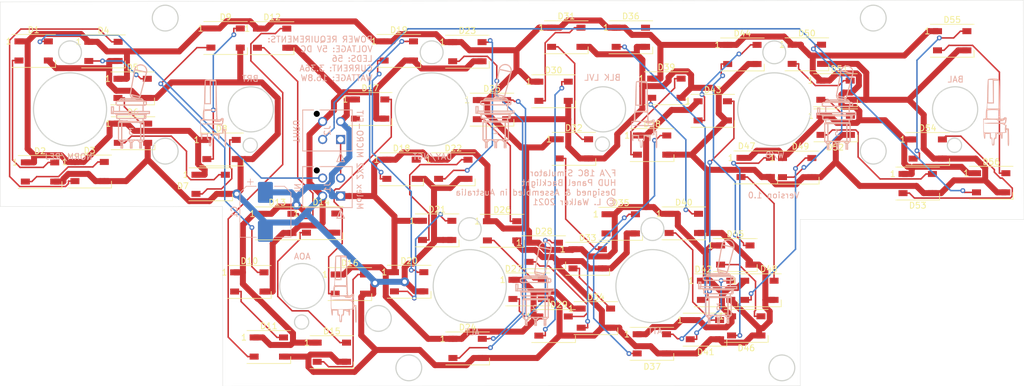
<source format=kicad_pcb>
(kicad_pcb (version 20171130) (host pcbnew "(5.1.6)-1")
  (layers (0 F.Cu signal hide) (31 B.Cu signal hide) (34 B.Paste user hide) (35 F.Paste user hide) (36 B.SilkS user) (37 F.SilkS user hide) (38 B.Mask user hide) (39 F.Mask user hide) (44 Edge.Cuts user))
  (net 0 "")
  (net 1 /LED+5V)
  (net 2 "Net-(D1-Pad2)")
  (net 3 /LEDGND)
  (net 4 "Net-(D2-Pad2)")
  (net 5 /DATAIN)
  (net 6 "Net-(D4-Pad2)")
  (net 7 "Net-(D18-Pad4)")
  (net 8 "Net-(D6-Pad2)")
  (net 9 "Net-(D11-Pad2)")
  (net 10 "Net-(D10-Pad2)")
  (net 11 "Net-(D10-Pad4)")
  (net 12 "Net-(D12-Pad2)")
  (net 13 "Net-(D13-Pad2)")
  (net 14 "Net-(D14-Pad4)")
  (net 15 "Net-(D17-Pad2)")
  (net 16 "Net-(D18-Pad2)")
  (net 17 "Net-(D20-Pad2)")
  (net 18 "Net-(D21-Pad2)")
  (net 19 "Net-(D24-Pad2)")
  (net 20 "Net-(D25-Pad2)")
  (net 21 "Net-(D29-Pad2)")
  (net 22 "Net-(D30-Pad2)")
  (net 23 "Net-(D32-Pad2)")
  (net 24 "Net-(D34-Pad2)")
  (net 25 "Net-(D35-Pad2)")
  (net 26 "Net-(D36-Pad4)")
  (net 27 "Net-(D39-Pad2)")
  (net 28 "Net-(D41-Pad2)")
  (net 29 "Net-(D42-Pad2)")
  (net 30 "Net-(D44-Pad2)")
  (net 31 "Net-(D49-Pad2)")
  (net 32 "Net-(D50-Pad2)")
  (net 33 "Net-(D52-Pad2)")
  (net 34 /DATAOUT)
  (net 35 "Net-(D3-Pad2)")
  (net 36 "Net-(D5-Pad2)")
  (net 37 "Net-(D7-Pad2)")
  (net 38 "Net-(D8-Pad2)")
  (net 39 "Net-(D14-Pad2)")
  (net 40 "Net-(D15-Pad2)")
  (net 41 "Net-(D16-Pad2)")
  (net 42 "Net-(D19-Pad2)")
  (net 43 "Net-(D22-Pad2)")
  (net 44 "Net-(D23-Pad2)")
  (net 45 "Net-(D26-Pad2)")
  (net 46 "Net-(D27-Pad2)")
  (net 47 "Net-(D28-Pad2)")
  (net 48 "Net-(D31-Pad2)")
  (net 49 "Net-(D33-Pad2)")
  (net 50 "Net-(D36-Pad2)")
  (net 51 "Net-(D37-Pad2)")
  (net 52 "Net-(D38-Pad2)")
  (net 53 "Net-(D40-Pad2)")
  (net 54 "Net-(D43-Pad2)")
  (net 55 "Net-(D45-Pad2)")
  (net 56 "Net-(D46-Pad2)")
  (net 57 "Net-(D47-Pad2)")
  (net 58 "Net-(D48-Pad2)")
  (net 59 "Net-(D51-Pad2)")
  (net 60 "Net-(D53-Pad2)")
  (net 61 "Net-(D54-Pad2)")
  (net 62 "Net-(D55-Pad2)")
  (net 63 /DATALOOP)
  (module "Kicad Footprint Files:BR10KPot" (layer B.Cu) (at 124.9934 86.4616 180)
    (fp_text reference G*** hide)
    (fp_text value LOGO hide)
  )
  (module "Kicad Footprint Files:BR10KPot" (layer B.Cu) (at 233.8324 56.9468 180)
    (fp_text reference G*** hide)
    (fp_text value LOGO hide)
  )
  (module "Kicad Footprint Files:BR10KPot" (layer B.Cu) (at 175.133 57.3278 180)
    (fp_text reference G*** hide)
    (fp_text value LOGO hide)
  )
  (module "Kicad Footprint Files:BR10KPot" (layer B.Cu) (at 103.2256 57.0738 180)
    (fp_text reference G*** hide)
    (fp_text value LOGO hide)
  )
  (module "Kicad Footprint Files:100SpxToggle" (layer F.Cu) (at 188.0616 86.614)
    (fp_text reference G*** hide)
    (fp_text value LOGO hide)
  )
  (module "Kicad Footprint Files:100SpxToggle" (layer F.Cu) (at 157.5562 86.9696)
    (fp_text reference G*** hide)
    (fp_text value LOGO hide)
  )
  (module "Kicad Footprint Files:100SpxToggle" (layer F.Cu) (at 207.899 57.5564)
    (fp_text reference G*** hide)
    (fp_text value LOGO hide)
  )
  (module "Kicad Footprint Files:100SpxToggle" (layer F.Cu) (at 150.9014 57.3024)
    (fp_text reference G*** hide)
    (fp_text value LOGO hide)
  )
  (module "Kicad Footprint Files:100SpxToggle" (layer F.Cu) (at 90.0938 57.3532)
    (fp_text reference G*** hide)
    (fp_text value LOGO hide)
  )
  (module footprints:Molex_MicroFit_2X2 (layer B.Cu) (at 124.511 61.5188 270)
    (fp_text reference J2 (at -1.495006 2.199999 90) (layer B.SilkS) (effects (justify mirror)))
    (fp_text value Conn_01x04_Female hide)
    (fp_text user * (at 0 0 90) (layer B.SilkS) (effects (justify mirror)))
    (pad 5 np_thru_hole circle (at -4.279999 3.98 270) (size 1.02 1.02) (drill 1.016) (layers))
    (pad 4 thru_hole circle (at -2.999999 2.999999 270) (size 1.52 1.52) (drill 1.016) (layers *.Cu *.Mask) (net 3 /LEDGND))
    (pad 3 thru_hole circle (at 0 2.999999 180) (size 1.52 1.52) (drill 1.016) (layers *.Cu *.Mask) (net 34 /DATAOUT))
    (pad 2 thru_hole circle (at -2.999999 0 270) (size 1.52 1.52) (drill 1.016) (layers *.Cu *.Mask) (net 1 /LED+5V))
    (pad 1 thru_hole rect (at 0 0 180) (size 1.52 1.52) (drill 1.016) (layers *.Cu *.Mask) (net 63 /DATALOOP))
  )
  (module footprints:Molex_MicroFit_2X2 (layer B.Cu) (at 124.511 70.9704 270)
    (fp_text reference J1 (at -1.495006 2.199999 90) (layer B.SilkS) (effects (justify mirror)))
    (fp_text value Conn_01x04_Female hide)
    (fp_text user * (at 0 0 90) (layer B.SilkS) (effects (justify mirror)))
    (pad 5 np_thru_hole circle (at -4.279999 3.98 270) (size 1.02 1.02) (drill 1.016) (layers))
    (pad 4 thru_hole circle (at -2.999999 2.999999 270) (size 1.52 1.52) (drill 1.016) (layers *.Cu *.Mask) (net 5 /DATAIN))
    (pad 3 thru_hole circle (at 0 2.999999 180) (size 1.52 1.52) (drill 1.016) (layers *.Cu *.Mask) (net 3 /LEDGND))
    (pad 2 thru_hole circle (at -2.999999 0 270) (size 1.52 1.52) (drill 1.016) (layers *.Cu *.Mask) (net 63 /DATALOOP))
    (pad 1 thru_hole rect (at 0 0 180) (size 1.52 1.52) (drill 1.016) (layers *.Cu *.Mask) (net 1 /LED+5V))
  )
  (module LED_SMD:LED_WS2812B_PLCC4_5.0x5.0mm_P3.2mm (layer F.Cu) (at 233.031 68.7576)
    (fp_text reference D56 (at 0 -3.5) (layer F.SilkS))
    (fp_text value WS2812B)
    (fp_text user 1 (at -4.15 -1.6) (layer F.SilkS))
    (pad 1 smd rect (at -2.45 -1.6) (size 1.5 1) (layers F.Cu F.Paste F.Mask) (net 1 /LED+5V))
    (pad 2 smd rect (at -2.45 1.6) (size 1.5 1) (layers F.Cu F.Paste F.Mask) (net 34 /DATAOUT))
    (pad 4 smd rect (at 2.45 -1.6) (size 1.5 1) (layers F.Cu F.Paste F.Mask) (net 62 "Net-(D55-Pad2)"))
    (pad 3 smd rect (at 2.45 1.6) (size 1.5 1) (layers F.Cu F.Paste F.Mask) (net 3 /LEDGND))
  )
  (module LED_SMD:LED_WS2812B_PLCC4_5.0x5.0mm_P3.2mm (layer F.Cu) (at 226.529 45.034)
    (fp_text reference D55 (at 0 -3.5) (layer F.SilkS))
    (fp_text value WS2812B)
    (fp_text user 1 (at -4.15 -1.6) (layer F.SilkS))
    (pad 1 smd rect (at -2.45 -1.6) (size 1.5 1) (layers F.Cu F.Paste F.Mask) (net 1 /LED+5V))
    (pad 2 smd rect (at -2.45 1.6) (size 1.5 1) (layers F.Cu F.Paste F.Mask) (net 62 "Net-(D55-Pad2)"))
    (pad 4 smd rect (at 2.45 -1.6) (size 1.5 1) (layers F.Cu F.Paste F.Mask) (net 61 "Net-(D54-Pad2)"))
    (pad 3 smd rect (at 2.45 1.6) (size 1.5 1) (layers F.Cu F.Paste F.Mask) (net 3 /LEDGND))
  )
  (module LED_SMD:LED_WS2812B_PLCC4_5.0x5.0mm_P3.2mm (layer F.Cu) (at 222.442 63.1188)
    (fp_text reference D54 (at 0 -3.5) (layer F.SilkS))
    (fp_text value WS2812B)
    (fp_text user 1 (at -4.15 -1.6) (layer F.SilkS))
    (pad 1 smd rect (at -2.45 -1.6) (size 1.5 1) (layers F.Cu F.Paste F.Mask) (net 1 /LED+5V))
    (pad 2 smd rect (at -2.45 1.6) (size 1.5 1) (layers F.Cu F.Paste F.Mask) (net 61 "Net-(D54-Pad2)"))
    (pad 4 smd rect (at 2.45 -1.6) (size 1.5 1) (layers F.Cu F.Paste F.Mask) (net 60 "Net-(D53-Pad2)"))
    (pad 3 smd rect (at 2.45 1.6) (size 1.5 1) (layers F.Cu F.Paste F.Mask) (net 3 /LEDGND))
  )
  (module LED_SMD:LED_WS2812B_PLCC4_5.0x5.0mm_P3.2mm (layer F.Cu) (at 220.777 68.8848)
    (fp_text reference D53 (at 0 3.6576) (layer F.SilkS))
    (fp_text value WS2812B)
    (fp_text user 1 (at -4.15 -1.6) (layer F.SilkS))
    (pad 1 smd rect (at -2.45 -1.6) (size 1.5 1) (layers F.Cu F.Paste F.Mask) (net 1 /LED+5V))
    (pad 2 smd rect (at -2.45 1.6) (size 1.5 1) (layers F.Cu F.Paste F.Mask) (net 60 "Net-(D53-Pad2)"))
    (pad 4 smd rect (at 2.45 -1.6) (size 1.5 1) (layers F.Cu F.Paste F.Mask) (net 33 "Net-(D52-Pad2)"))
    (pad 3 smd rect (at 2.45 1.6) (size 1.5 1) (layers F.Cu F.Paste F.Mask) (net 3 /LEDGND))
  )
  (module LED_SMD:LED_WS2812B_PLCC4_5.0x5.0mm_P3.2mm (layer F.Cu) (at 207.1 59.1564)
    (fp_text reference D52 (at -0.09 3.6832) (layer F.SilkS))
    (fp_text value WS2812B)
    (fp_text user 1 (at -4.15 -1.6) (layer F.SilkS))
    (pad 1 smd rect (at -2.45 -1.6) (size 1.5 1) (layers F.Cu F.Paste F.Mask) (net 1 /LED+5V))
    (pad 2 smd rect (at -2.45 1.6) (size 1.5 1) (layers F.Cu F.Paste F.Mask) (net 33 "Net-(D52-Pad2)"))
    (pad 4 smd rect (at 2.45 -1.6) (size 1.5 1) (layers F.Cu F.Paste F.Mask) (net 59 "Net-(D51-Pad2)"))
    (pad 3 smd rect (at 2.45 1.6) (size 1.5 1) (layers F.Cu F.Paste F.Mask) (net 3 /LEDGND))
  )
  (module LED_SMD:LED_WS2812B_PLCC4_5.0x5.0mm_P3.2mm (layer F.Cu) (at 207.061 53.2892)
    (fp_text reference D51 (at 0.6602 -3.556) (layer F.SilkS))
    (fp_text value WS2812B)
    (fp_text user 1 (at -4.15 -1.6) (layer F.SilkS))
    (pad 1 smd rect (at -2.45 -1.6) (size 1.5 1) (layers F.Cu F.Paste F.Mask) (net 1 /LED+5V))
    (pad 2 smd rect (at -2.45 1.6) (size 1.5 1) (layers F.Cu F.Paste F.Mask) (net 59 "Net-(D51-Pad2)"))
    (pad 4 smd rect (at 2.45 -1.6) (size 1.5 1) (layers F.Cu F.Paste F.Mask) (net 32 "Net-(D50-Pad2)"))
    (pad 3 smd rect (at 2.45 1.6) (size 1.5 1) (layers F.Cu F.Paste F.Mask) (net 3 /LEDGND))
  )
  (module LED_SMD:LED_WS2812B_PLCC4_5.0x5.0mm_P3.2mm (layer F.Cu) (at 202.286 47.2948)
    (fp_text reference D50 (at 0 -3.5) (layer F.SilkS))
    (fp_text value WS2812B)
    (fp_text user 1 (at -4.15 -1.6) (layer F.SilkS))
    (pad 1 smd rect (at -2.45 -1.6) (size 1.5 1) (layers F.Cu F.Paste F.Mask) (net 1 /LED+5V))
    (pad 2 smd rect (at -2.45 1.6) (size 1.5 1) (layers F.Cu F.Paste F.Mask) (net 32 "Net-(D50-Pad2)"))
    (pad 4 smd rect (at 2.45 -1.6) (size 1.5 1) (layers F.Cu F.Paste F.Mask) (net 31 "Net-(D49-Pad2)"))
    (pad 3 smd rect (at 2.45 1.6) (size 1.5 1) (layers F.Cu F.Paste F.Mask) (net 3 /LEDGND))
  )
  (module LED_SMD:LED_WS2812B_PLCC4_5.0x5.0mm_P3.2mm (layer F.Cu) (at 200.672 66.2176)
    (fp_text reference D49 (at 0.5468 -3.5304) (layer F.SilkS))
    (fp_text value WS2812B)
    (fp_text user 1 (at -4.15 -1.6) (layer F.SilkS))
    (pad 1 smd rect (at -2.45 -1.6) (size 1.5 1) (layers F.Cu F.Paste F.Mask) (net 1 /LED+5V))
    (pad 2 smd rect (at -2.45 1.6) (size 1.5 1) (layers F.Cu F.Paste F.Mask) (net 31 "Net-(D49-Pad2)"))
    (pad 4 smd rect (at 2.45 -1.6) (size 1.5 1) (layers F.Cu F.Paste F.Mask) (net 58 "Net-(D48-Pad2)"))
    (pad 3 smd rect (at 2.45 1.6) (size 1.5 1) (layers F.Cu F.Paste F.Mask) (net 3 /LEDGND))
  )
  (module LED_SMD:LED_WS2812B_PLCC4_5.0x5.0mm_P3.2mm (layer F.Cu) (at 194.361 86.7156)
    (fp_text reference D48 (at 1.5746 -3.556) (layer F.SilkS))
    (fp_text value WS2812B)
    (fp_text user 1 (at -4.15 -1.6) (layer F.SilkS))
    (pad 1 smd rect (at -2.45 -1.6) (size 1.5 1) (layers F.Cu F.Paste F.Mask) (net 1 /LED+5V))
    (pad 2 smd rect (at -2.45 1.6) (size 1.5 1) (layers F.Cu F.Paste F.Mask) (net 58 "Net-(D48-Pad2)"))
    (pad 4 smd rect (at 2.45 -1.6) (size 1.5 1) (layers F.Cu F.Paste F.Mask) (net 57 "Net-(D47-Pad2)"))
    (pad 3 smd rect (at 2.45 1.6) (size 1.5 1) (layers F.Cu F.Paste F.Mask) (net 3 /LEDGND))
  )
  (module LED_SMD:LED_WS2812B_PLCC4_5.0x5.0mm_P3.2mm (layer F.Cu) (at 193.751 66.1924)
    (fp_text reference D47 (at -1.5238 -3.556) (layer F.SilkS))
    (fp_text value WS2812B)
    (fp_text user 1 (at -4.15 -1.6) (layer F.SilkS))
    (pad 1 smd rect (at -2.45 -1.6) (size 1.5 1) (layers F.Cu F.Paste F.Mask) (net 1 /LED+5V))
    (pad 2 smd rect (at -2.45 1.6) (size 1.5 1) (layers F.Cu F.Paste F.Mask) (net 57 "Net-(D47-Pad2)"))
    (pad 4 smd rect (at 2.45 -1.6) (size 1.5 1) (layers F.Cu F.Paste F.Mask) (net 56 "Net-(D46-Pad2)"))
    (pad 3 smd rect (at 2.45 1.6) (size 1.5 1) (layers F.Cu F.Paste F.Mask) (net 3 /LEDGND))
  )
  (module LED_SMD:LED_WS2812B_PLCC4_5.0x5.0mm_P3.2mm (layer F.Cu) (at 192.176 92.6592)
    (fp_text reference D46 (at 0 3.7084) (layer F.SilkS))
    (fp_text value WS2812B)
    (fp_text user 1 (at -4.15 -1.6) (layer F.SilkS))
    (pad 1 smd rect (at -2.45 -1.6) (size 1.5 1) (layers F.Cu F.Paste F.Mask) (net 1 /LED+5V))
    (pad 2 smd rect (at -2.45 1.6) (size 1.5 1) (layers F.Cu F.Paste F.Mask) (net 56 "Net-(D46-Pad2)"))
    (pad 4 smd rect (at 2.45 -1.6) (size 1.5 1) (layers F.Cu F.Paste F.Mask) (net 55 "Net-(D45-Pad2)"))
    (pad 3 smd rect (at 2.45 1.6) (size 1.5 1) (layers F.Cu F.Paste F.Mask) (net 3 /LEDGND))
  )
  (module LED_SMD:LED_WS2812B_PLCC4_5.0x5.0mm_P3.2mm (layer F.Cu) (at 190.348 80.8228)
    (fp_text reference D45 (at 0 -3.5) (layer F.SilkS))
    (fp_text value WS2812B)
    (fp_text user 1 (at -4.15 -1.6) (layer F.SilkS))
    (pad 1 smd rect (at -2.45 -1.6) (size 1.5 1) (layers F.Cu F.Paste F.Mask) (net 1 /LED+5V))
    (pad 2 smd rect (at -2.45 1.6) (size 1.5 1) (layers F.Cu F.Paste F.Mask) (net 55 "Net-(D45-Pad2)"))
    (pad 4 smd rect (at 2.45 -1.6) (size 1.5 1) (layers F.Cu F.Paste F.Mask) (net 30 "Net-(D44-Pad2)"))
    (pad 3 smd rect (at 2.45 1.6) (size 1.5 1) (layers F.Cu F.Paste F.Mask) (net 3 /LEDGND))
  )
  (module LED_SMD:LED_WS2812B_PLCC4_5.0x5.0mm_P3.2mm (layer F.Cu) (at 191.528 47.32)
    (fp_text reference D44 (at 0 -3.5) (layer F.SilkS))
    (fp_text value WS2812B)
    (fp_text user 1 (at -4.15 -1.6) (layer F.SilkS))
    (pad 1 smd rect (at -2.45 -1.6) (size 1.5 1) (layers F.Cu F.Paste F.Mask) (net 1 /LED+5V))
    (pad 2 smd rect (at -2.45 1.6) (size 1.5 1) (layers F.Cu F.Paste F.Mask) (net 30 "Net-(D44-Pad2)"))
    (pad 4 smd rect (at 2.45 -1.6) (size 1.5 1) (layers F.Cu F.Paste F.Mask) (net 54 "Net-(D43-Pad2)"))
    (pad 3 smd rect (at 2.45 1.6) (size 1.5 1) (layers F.Cu F.Paste F.Mask) (net 3 /LEDGND))
  )
  (module LED_SMD:LED_WS2812B_PLCC4_5.0x5.0mm_P3.2mm (layer F.Cu) (at 186.588 56.7436)
    (fp_text reference D43 (at 0 -3.5) (layer F.SilkS))
    (fp_text value WS2812B)
    (fp_text user 1 (at -4.15 -1.6) (layer F.SilkS))
    (pad 1 smd rect (at -2.45 -1.6) (size 1.5 1) (layers F.Cu F.Paste F.Mask) (net 1 /LED+5V))
    (pad 2 smd rect (at -2.45 1.6) (size 1.5 1) (layers F.Cu F.Paste F.Mask) (net 54 "Net-(D43-Pad2)"))
    (pad 4 smd rect (at 2.45 -1.6) (size 1.5 1) (layers F.Cu F.Paste F.Mask) (net 29 "Net-(D42-Pad2)"))
    (pad 3 smd rect (at 2.45 1.6) (size 1.5 1) (layers F.Cu F.Paste F.Mask) (net 3 /LEDGND))
  )
  (module LED_SMD:LED_WS2812B_PLCC4_5.0x5.0mm_P3.2mm (layer F.Cu) (at 187.147 86.7156)
    (fp_text reference D42 (at -2.1334 -3.5052) (layer F.SilkS))
    (fp_text value WS2812B)
    (fp_text user 1 (at -4.15 -1.6) (layer F.SilkS))
    (pad 1 smd rect (at -2.45 -1.6) (size 1.5 1) (layers F.Cu F.Paste F.Mask) (net 1 /LED+5V))
    (pad 2 smd rect (at -2.45 1.6) (size 1.5 1) (layers F.Cu F.Paste F.Mask) (net 29 "Net-(D42-Pad2)"))
    (pad 4 smd rect (at 2.45 -1.6) (size 1.5 1) (layers F.Cu F.Paste F.Mask) (net 28 "Net-(D41-Pad2)"))
    (pad 3 smd rect (at 2.45 1.6) (size 1.5 1) (layers F.Cu F.Paste F.Mask) (net 3 /LEDGND))
  )
  (module LED_SMD:LED_WS2812B_PLCC4_5.0x5.0mm_P3.2mm (layer F.Cu) (at 185.279 93.294)
    (fp_text reference D41 (at 0.141 3.734) (layer F.SilkS))
    (fp_text value WS2812B)
    (fp_text user 1 (at -4.15 -1.6) (layer F.SilkS))
    (pad 1 smd rect (at -2.45 -1.6) (size 1.5 1) (layers F.Cu F.Paste F.Mask) (net 1 /LED+5V))
    (pad 2 smd rect (at -2.45 1.6) (size 1.5 1) (layers F.Cu F.Paste F.Mask) (net 28 "Net-(D41-Pad2)"))
    (pad 4 smd rect (at 2.45 -1.6) (size 1.5 1) (layers F.Cu F.Paste F.Mask) (net 53 "Net-(D40-Pad2)"))
    (pad 3 smd rect (at 2.45 1.6) (size 1.5 1) (layers F.Cu F.Paste F.Mask) (net 3 /LEDGND))
  )
  (module LED_SMD:LED_WS2812B_PLCC4_5.0x5.0mm_P3.2mm (layer F.Cu) (at 181.762 75.5396)
    (fp_text reference D40 (at 0 -3.5) (layer F.SilkS))
    (fp_text value WS2812B)
    (fp_text user 1 (at -4.15 -1.6) (layer F.SilkS))
    (pad 1 smd rect (at -2.45 -1.6) (size 1.5 1) (layers F.Cu F.Paste F.Mask) (net 1 /LED+5V))
    (pad 2 smd rect (at -2.45 1.6) (size 1.5 1) (layers F.Cu F.Paste F.Mask) (net 53 "Net-(D40-Pad2)"))
    (pad 4 smd rect (at 2.45 -1.6) (size 1.5 1) (layers F.Cu F.Paste F.Mask) (net 27 "Net-(D39-Pad2)"))
    (pad 3 smd rect (at 2.45 1.6) (size 1.5 1) (layers F.Cu F.Paste F.Mask) (net 3 /LEDGND))
  )
  (module LED_SMD:LED_WS2812B_PLCC4_5.0x5.0mm_P3.2mm (layer F.Cu) (at 178.855 52.9588)
    (fp_text reference D39 (at 0 -3.5) (layer F.SilkS))
    (fp_text value WS2812B)
    (fp_text user 1 (at -4.15 -1.6) (layer F.SilkS))
    (pad 1 smd rect (at -2.45 -1.6) (size 1.5 1) (layers F.Cu F.Paste F.Mask) (net 1 /LED+5V))
    (pad 2 smd rect (at -2.45 1.6) (size 1.5 1) (layers F.Cu F.Paste F.Mask) (net 27 "Net-(D39-Pad2)"))
    (pad 4 smd rect (at 2.45 -1.6) (size 1.5 1) (layers F.Cu F.Paste F.Mask) (net 52 "Net-(D38-Pad2)"))
    (pad 3 smd rect (at 2.45 1.6) (size 1.5 1) (layers F.Cu F.Paste F.Mask) (net 3 /LEDGND))
  )
  (module LED_SMD:LED_WS2812B_PLCC4_5.0x5.0mm_P3.2mm (layer F.Cu) (at 176.468 62.4584)
    (fp_text reference D38 (at 0 -3.5) (layer F.SilkS))
    (fp_text value WS2812B)
    (fp_text user 1 (at -4.15 -1.6) (layer F.SilkS))
    (pad 1 smd rect (at -2.45 -1.6) (size 1.5 1) (layers F.Cu F.Paste F.Mask) (net 1 /LED+5V))
    (pad 2 smd rect (at -2.45 1.6) (size 1.5 1) (layers F.Cu F.Paste F.Mask) (net 52 "Net-(D38-Pad2)"))
    (pad 4 smd rect (at 2.45 -1.6) (size 1.5 1) (layers F.Cu F.Paste F.Mask) (net 51 "Net-(D37-Pad2)"))
    (pad 3 smd rect (at 2.45 1.6) (size 1.5 1) (layers F.Cu F.Paste F.Mask) (net 3 /LEDGND))
  )
  (module LED_SMD:LED_WS2812B_PLCC4_5.0x5.0mm_P3.2mm (layer F.Cu) (at 176.428 95.6564)
    (fp_text reference D37 (at 0.0512 3.81) (layer F.SilkS))
    (fp_text value WS2812B)
    (fp_text user 1 (at -4.15 -1.6) (layer F.SilkS))
    (pad 1 smd rect (at -2.45 -1.6) (size 1.5 1) (layers F.Cu F.Paste F.Mask) (net 1 /LED+5V))
    (pad 2 smd rect (at -2.45 1.6) (size 1.5 1) (layers F.Cu F.Paste F.Mask) (net 51 "Net-(D37-Pad2)"))
    (pad 4 smd rect (at 2.45 -1.6) (size 1.5 1) (layers F.Cu F.Paste F.Mask) (net 50 "Net-(D36-Pad2)"))
    (pad 3 smd rect (at 2.45 1.6) (size 1.5 1) (layers F.Cu F.Paste F.Mask) (net 3 /LEDGND))
  )
  (module LED_SMD:LED_WS2812B_PLCC4_5.0x5.0mm_P3.2mm (layer F.Cu) (at 172.923 44.45)
    (fp_text reference D36 (at 0 -3.5) (layer F.SilkS))
    (fp_text value WS2812B)
    (fp_text user 1 (at -4.15 -1.6) (layer F.SilkS))
    (pad 1 smd rect (at -2.45 -1.6) (size 1.5 1) (layers F.Cu F.Paste F.Mask) (net 1 /LED+5V))
    (pad 2 smd rect (at -2.45 1.6) (size 1.5 1) (layers F.Cu F.Paste F.Mask) (net 50 "Net-(D36-Pad2)"))
    (pad 4 smd rect (at 2.45 -1.6) (size 1.5 1) (layers F.Cu F.Paste F.Mask) (net 26 "Net-(D36-Pad4)"))
    (pad 3 smd rect (at 2.45 1.6) (size 1.5 1) (layers F.Cu F.Paste F.Mask) (net 3 /LEDGND))
  )
  (module LED_SMD:LED_WS2812B_PLCC4_5.0x5.0mm_P3.2mm (layer F.Cu) (at 171.235 75.6156)
    (fp_text reference D35 (at 0 -3.5) (layer F.SilkS))
    (fp_text value WS2812B)
    (fp_text user 1 (at -4.15 -1.6) (layer F.SilkS))
    (pad 1 smd rect (at -2.45 -1.6) (size 1.5 1) (layers F.Cu F.Paste F.Mask) (net 1 /LED+5V))
    (pad 2 smd rect (at -2.45 1.6) (size 1.5 1) (layers F.Cu F.Paste F.Mask) (net 25 "Net-(D35-Pad2)"))
    (pad 4 smd rect (at 2.45 -1.6) (size 1.5 1) (layers F.Cu F.Paste F.Mask) (net 24 "Net-(D34-Pad2)"))
    (pad 3 smd rect (at 2.45 1.6) (size 1.5 1) (layers F.Cu F.Paste F.Mask) (net 3 /LEDGND))
  )
  (module LED_SMD:LED_WS2812B_PLCC4_5.0x5.0mm_P3.2mm (layer F.Cu) (at 167.093 91.3636)
    (fp_text reference D34 (at 0 -3.5) (layer F.SilkS))
    (fp_text value WS2812B)
    (fp_text user 1 (at -4.15 -1.6) (layer F.SilkS))
    (pad 1 smd rect (at -2.45 -1.6) (size 1.5 1) (layers F.Cu F.Paste F.Mask) (net 1 /LED+5V))
    (pad 2 smd rect (at -2.45 1.6) (size 1.5 1) (layers F.Cu F.Paste F.Mask) (net 24 "Net-(D34-Pad2)"))
    (pad 4 smd rect (at 2.45 -1.6) (size 1.5 1) (layers F.Cu F.Paste F.Mask) (net 49 "Net-(D33-Pad2)"))
    (pad 3 smd rect (at 2.45 1.6) (size 1.5 1) (layers F.Cu F.Paste F.Mask) (net 3 /LEDGND))
  )
  (module LED_SMD:LED_WS2812B_PLCC4_5.0x5.0mm_P3.2mm (layer F.Cu) (at 165.721 81.4576)
    (fp_text reference D33 (at 0 -3.5) (layer F.SilkS))
    (fp_text value WS2812B)
    (fp_text user 1 (at -4.15 -1.6) (layer F.SilkS))
    (pad 1 smd rect (at -2.45 -1.6) (size 1.5 1) (layers F.Cu F.Paste F.Mask) (net 1 /LED+5V))
    (pad 2 smd rect (at -2.45 1.6) (size 1.5 1) (layers F.Cu F.Paste F.Mask) (net 49 "Net-(D33-Pad2)"))
    (pad 4 smd rect (at 2.45 -1.6) (size 1.5 1) (layers F.Cu F.Paste F.Mask) (net 23 "Net-(D32-Pad2)"))
    (pad 3 smd rect (at 2.45 1.6) (size 1.5 1) (layers F.Cu F.Paste F.Mask) (net 3 /LEDGND))
  )
  (module LED_SMD:LED_WS2812B_PLCC4_5.0x5.0mm_P3.2mm (layer F.Cu) (at 163.424 63.0936)
    (fp_text reference D32 (at 0 -3.5) (layer F.SilkS))
    (fp_text value WS2812B)
    (fp_text user 1 (at -4.15 -1.6) (layer F.SilkS))
    (pad 1 smd rect (at -2.45 -1.6) (size 1.5 1) (layers F.Cu F.Paste F.Mask) (net 1 /LED+5V))
    (pad 2 smd rect (at -2.45 1.6) (size 1.5 1) (layers F.Cu F.Paste F.Mask) (net 23 "Net-(D32-Pad2)"))
    (pad 4 smd rect (at 2.45 -1.6) (size 1.5 1) (layers F.Cu F.Paste F.Mask) (net 48 "Net-(D31-Pad2)"))
    (pad 3 smd rect (at 2.45 1.6) (size 1.5 1) (layers F.Cu F.Paste F.Mask) (net 3 /LEDGND))
  )
  (module LED_SMD:LED_WS2812B_PLCC4_5.0x5.0mm_P3.2mm (layer F.Cu) (at 162.154 44.45)
    (fp_text reference D31 (at 0 -3.5) (layer F.SilkS))
    (fp_text value WS2812B)
    (fp_text user 1 (at -4.15 -1.6) (layer F.SilkS))
    (pad 1 smd rect (at -2.45 -1.6) (size 1.5 1) (layers F.Cu F.Paste F.Mask) (net 1 /LED+5V))
    (pad 2 smd rect (at -2.45 1.6) (size 1.5 1) (layers F.Cu F.Paste F.Mask) (net 48 "Net-(D31-Pad2)"))
    (pad 4 smd rect (at 2.45 -1.6) (size 1.5 1) (layers F.Cu F.Paste F.Mask) (net 22 "Net-(D30-Pad2)"))
    (pad 3 smd rect (at 2.45 1.6) (size 1.5 1) (layers F.Cu F.Paste F.Mask) (net 3 /LEDGND))
  )
  (module LED_SMD:LED_WS2812B_PLCC4_5.0x5.0mm_P3.2mm (layer F.Cu) (at 160.032 53.4668)
    (fp_text reference D30 (at 0 -3.5) (layer F.SilkS))
    (fp_text value WS2812B)
    (fp_text user 1 (at -4.15 -1.6) (layer F.SilkS))
    (pad 1 smd rect (at -2.45 -1.6) (size 1.5 1) (layers F.Cu F.Paste F.Mask) (net 1 /LED+5V))
    (pad 2 smd rect (at -2.45 1.6) (size 1.5 1) (layers F.Cu F.Paste F.Mask) (net 22 "Net-(D30-Pad2)"))
    (pad 4 smd rect (at 2.45 -1.6) (size 1.5 1) (layers F.Cu F.Paste F.Mask) (net 21 "Net-(D29-Pad2)"))
    (pad 3 smd rect (at 2.45 1.6) (size 1.5 1) (layers F.Cu F.Paste F.Mask) (net 3 /LEDGND))
  )
  (module LED_SMD:LED_WS2812B_PLCC4_5.0x5.0mm_P3.2mm (layer F.Cu) (at 160.032 92.6844)
    (fp_text reference D29 (at 0.9024 -3.5812) (layer F.SilkS))
    (fp_text value WS2812B)
    (fp_text user 1 (at -4.15 -1.6) (layer F.SilkS))
    (pad 1 smd rect (at -2.45 -1.6) (size 1.5 1) (layers F.Cu F.Paste F.Mask) (net 1 /LED+5V))
    (pad 2 smd rect (at -2.45 1.6) (size 1.5 1) (layers F.Cu F.Paste F.Mask) (net 21 "Net-(D29-Pad2)"))
    (pad 4 smd rect (at 2.45 -1.6) (size 1.5 1) (layers F.Cu F.Paste F.Mask) (net 47 "Net-(D28-Pad2)"))
    (pad 3 smd rect (at 2.45 1.6) (size 1.5 1) (layers F.Cu F.Paste F.Mask) (net 3 /LEDGND))
  )
  (module LED_SMD:LED_WS2812B_PLCC4_5.0x5.0mm_P3.2mm (layer F.Cu) (at 158.394 80.3656)
    (fp_text reference D28 (at 0 -3.5) (layer F.SilkS))
    (fp_text value WS2812B)
    (fp_text user 1 (at -4.15 -1.6) (layer F.SilkS))
    (pad 1 smd rect (at -2.45 -1.6) (size 1.5 1) (layers F.Cu F.Paste F.Mask) (net 1 /LED+5V))
    (pad 2 smd rect (at -2.45 1.6) (size 1.5 1) (layers F.Cu F.Paste F.Mask) (net 47 "Net-(D28-Pad2)"))
    (pad 4 smd rect (at 2.45 -1.6) (size 1.5 1) (layers F.Cu F.Paste F.Mask) (net 46 "Net-(D27-Pad2)"))
    (pad 3 smd rect (at 2.45 1.6) (size 1.5 1) (layers F.Cu F.Paste F.Mask) (net 3 /LEDGND))
  )
  (module LED_SMD:LED_WS2812B_PLCC4_5.0x5.0mm_P3.2mm (layer F.Cu) (at 155.702 86.5632)
    (fp_text reference D27 (at -2.3368 -3.4544) (layer F.SilkS))
    (fp_text value WS2812B)
    (fp_text user 1 (at -4.15 -1.6) (layer F.SilkS))
    (pad 1 smd rect (at -2.45 -1.6) (size 1.5 1) (layers F.Cu F.Paste F.Mask) (net 1 /LED+5V))
    (pad 2 smd rect (at -2.45 1.6) (size 1.5 1) (layers F.Cu F.Paste F.Mask) (net 46 "Net-(D27-Pad2)"))
    (pad 4 smd rect (at 2.45 -1.6) (size 1.5 1) (layers F.Cu F.Paste F.Mask) (net 45 "Net-(D26-Pad2)"))
    (pad 3 smd rect (at 2.45 1.6) (size 1.5 1) (layers F.Cu F.Paste F.Mask) (net 3 /LEDGND))
  )
  (module LED_SMD:LED_WS2812B_PLCC4_5.0x5.0mm_P3.2mm (layer F.Cu) (at 151.446 76.784)
    (fp_text reference D26 (at 0 -3.5) (layer F.SilkS))
    (fp_text value WS2812B)
    (fp_text user 1 (at -4.15 -1.6) (layer F.SilkS))
    (pad 1 smd rect (at -2.45 -1.6) (size 1.5 1) (layers F.Cu F.Paste F.Mask) (net 1 /LED+5V))
    (pad 2 smd rect (at -2.45 1.6) (size 1.5 1) (layers F.Cu F.Paste F.Mask) (net 45 "Net-(D26-Pad2)"))
    (pad 4 smd rect (at 2.45 -1.6) (size 1.5 1) (layers F.Cu F.Paste F.Mask) (net 20 "Net-(D25-Pad2)"))
    (pad 3 smd rect (at 2.45 1.6) (size 1.5 1) (layers F.Cu F.Paste F.Mask) (net 3 /LEDGND))
  )
  (module LED_SMD:LED_WS2812B_PLCC4_5.0x5.0mm_P3.2mm (layer F.Cu) (at 149.758 56.5404)
    (fp_text reference D25 (at 0 -3.5) (layer F.SilkS))
    (fp_text value WS2812B)
    (fp_text user 1 (at -4.15 -1.6) (layer F.SilkS))
    (pad 1 smd rect (at -2.45 -1.6) (size 1.5 1) (layers F.Cu F.Paste F.Mask) (net 1 /LED+5V))
    (pad 2 smd rect (at -2.45 1.6) (size 1.5 1) (layers F.Cu F.Paste F.Mask) (net 20 "Net-(D25-Pad2)"))
    (pad 4 smd rect (at 2.45 -1.6) (size 1.5 1) (layers F.Cu F.Paste F.Mask) (net 19 "Net-(D24-Pad2)"))
    (pad 3 smd rect (at 2.45 1.6) (size 1.5 1) (layers F.Cu F.Paste F.Mask) (net 3 /LEDGND))
  )
  (module LED_SMD:LED_WS2812B_PLCC4_5.0x5.0mm_P3.2mm (layer F.Cu) (at 145.694 96.4184)
    (fp_text reference D24 (at 0 -3.5) (layer F.SilkS))
    (fp_text value WS2812B)
    (fp_text user 1 (at -4.15 -1.6) (layer F.SilkS))
    (pad 1 smd rect (at -2.45 -1.6) (size 1.5 1) (layers F.Cu F.Paste F.Mask) (net 1 /LED+5V))
    (pad 2 smd rect (at -2.45 1.6) (size 1.5 1) (layers F.Cu F.Paste F.Mask) (net 19 "Net-(D24-Pad2)"))
    (pad 4 smd rect (at 2.45 -1.6) (size 1.5 1) (layers F.Cu F.Paste F.Mask) (net 44 "Net-(D23-Pad2)"))
    (pad 3 smd rect (at 2.45 1.6) (size 1.5 1) (layers F.Cu F.Paste F.Mask) (net 3 /LEDGND))
  )
  (module LED_SMD:LED_WS2812B_PLCC4_5.0x5.0mm_P3.2mm (layer F.Cu) (at 145.655 46.8628)
    (fp_text reference D23 (at 0 -3.5) (layer F.SilkS))
    (fp_text value WS2812B)
    (fp_text user 1 (at -4.15 -1.6) (layer F.SilkS))
    (pad 1 smd rect (at -2.45 -1.6) (size 1.5 1) (layers F.Cu F.Paste F.Mask) (net 1 /LED+5V))
    (pad 2 smd rect (at -2.45 1.6) (size 1.5 1) (layers F.Cu F.Paste F.Mask) (net 44 "Net-(D23-Pad2)"))
    (pad 4 smd rect (at 2.45 -1.6) (size 1.5 1) (layers F.Cu F.Paste F.Mask) (net 43 "Net-(D22-Pad2)"))
    (pad 3 smd rect (at 2.45 1.6) (size 1.5 1) (layers F.Cu F.Paste F.Mask) (net 3 /LEDGND))
  )
  (module LED_SMD:LED_WS2812B_PLCC4_5.0x5.0mm_P3.2mm (layer F.Cu) (at 143.307 66.4972)
    (fp_text reference D22 (at 0 -3.5) (layer F.SilkS))
    (fp_text value WS2812B)
    (fp_text user 1 (at -4.15 -1.6) (layer F.SilkS))
    (pad 1 smd rect (at -2.45 -1.6) (size 1.5 1) (layers F.Cu F.Paste F.Mask) (net 1 /LED+5V))
    (pad 2 smd rect (at -2.45 1.6) (size 1.5 1) (layers F.Cu F.Paste F.Mask) (net 43 "Net-(D22-Pad2)"))
    (pad 4 smd rect (at 2.45 -1.6) (size 1.5 1) (layers F.Cu F.Paste F.Mask) (net 18 "Net-(D21-Pad2)"))
    (pad 3 smd rect (at 2.45 1.6) (size 1.5 1) (layers F.Cu F.Paste F.Mask) (net 3 /LEDGND))
  )
  (module LED_SMD:LED_WS2812B_PLCC4_5.0x5.0mm_P3.2mm (layer F.Cu) (at 140.614 76.708)
    (fp_text reference D21 (at 0 -3.5) (layer F.SilkS))
    (fp_text value WS2812B)
    (fp_text user 1 (at -4.15 -1.6) (layer F.SilkS))
    (pad 1 smd rect (at -2.45 -1.6) (size 1.5 1) (layers F.Cu F.Paste F.Mask) (net 1 /LED+5V))
    (pad 2 smd rect (at -2.45 1.6) (size 1.5 1) (layers F.Cu F.Paste F.Mask) (net 18 "Net-(D21-Pad2)"))
    (pad 4 smd rect (at 2.45 -1.6) (size 1.5 1) (layers F.Cu F.Paste F.Mask) (net 17 "Net-(D20-Pad2)"))
    (pad 3 smd rect (at 2.45 1.6) (size 1.5 1) (layers F.Cu F.Paste F.Mask) (net 3 /LEDGND))
  )
  (module LED_SMD:LED_WS2812B_PLCC4_5.0x5.0mm_P3.2mm (layer F.Cu) (at 135.941 85.2932)
    (fp_text reference D20 (at 0 -3.5) (layer F.SilkS))
    (fp_text value WS2812B)
    (fp_text user 1 (at -4.15 -1.6) (layer F.SilkS))
    (pad 1 smd rect (at -2.45 -1.6) (size 1.5 1) (layers F.Cu F.Paste F.Mask) (net 1 /LED+5V))
    (pad 2 smd rect (at -2.45 1.6) (size 1.5 1) (layers F.Cu F.Paste F.Mask) (net 17 "Net-(D20-Pad2)"))
    (pad 4 smd rect (at 2.45 -1.6) (size 1.5 1) (layers F.Cu F.Paste F.Mask) (net 42 "Net-(D19-Pad2)"))
    (pad 3 smd rect (at 2.45 1.6) (size 1.5 1) (layers F.Cu F.Paste F.Mask) (net 3 /LEDGND))
  )
  (module LED_SMD:LED_WS2812B_PLCC4_5.0x5.0mm_P3.2mm (layer F.Cu) (at 134.214 46.736)
    (fp_text reference D19 (at 0 -3.5) (layer F.SilkS))
    (fp_text value WS2812B)
    (fp_text user 1 (at -4.15 -1.6) (layer F.SilkS))
    (pad 1 smd rect (at -2.45 -1.6) (size 1.5 1) (layers F.Cu F.Paste F.Mask) (net 1 /LED+5V))
    (pad 2 smd rect (at -2.45 1.6) (size 1.5 1) (layers F.Cu F.Paste F.Mask) (net 42 "Net-(D19-Pad2)"))
    (pad 4 smd rect (at 2.45 -1.6) (size 1.5 1) (layers F.Cu F.Paste F.Mask) (net 16 "Net-(D18-Pad2)"))
    (pad 3 smd rect (at 2.45 1.6) (size 1.5 1) (layers F.Cu F.Paste F.Mask) (net 3 /LEDGND))
  )
  (module LED_SMD:LED_WS2812B_PLCC4_5.0x5.0mm_P3.2mm (layer F.Cu) (at 134.671 66.4972)
    (fp_text reference D18 (at 0 -3.5) (layer F.SilkS))
    (fp_text value WS2812B)
    (fp_text user 1 (at -4.15 -1.6) (layer F.SilkS))
    (pad 1 smd rect (at -2.45 -1.6) (size 1.5 1) (layers F.Cu F.Paste F.Mask) (net 1 /LED+5V))
    (pad 2 smd rect (at -2.45 1.6) (size 1.5 1) (layers F.Cu F.Paste F.Mask) (net 16 "Net-(D18-Pad2)"))
    (pad 4 smd rect (at 2.45 -1.6) (size 1.5 1) (layers F.Cu F.Paste F.Mask) (net 7 "Net-(D18-Pad4)"))
    (pad 3 smd rect (at 2.45 1.6) (size 1.5 1) (layers F.Cu F.Paste F.Mask) (net 3 /LEDGND))
  )
  (module LED_SMD:LED_WS2812B_PLCC4_5.0x5.0mm_P3.2mm (layer F.Cu) (at 129.438 56.4388)
    (fp_text reference D17 (at 0 -3.5) (layer F.SilkS))
    (fp_text value WS2812B)
    (fp_text user 1 (at -4.15 -1.6) (layer F.SilkS))
    (pad 1 smd rect (at -2.45 -1.6) (size 1.5 1) (layers F.Cu F.Paste F.Mask) (net 1 /LED+5V))
    (pad 2 smd rect (at -2.45 1.6) (size 1.5 1) (layers F.Cu F.Paste F.Mask) (net 15 "Net-(D17-Pad2)"))
    (pad 4 smd rect (at 2.45 -1.6) (size 1.5 1) (layers F.Cu F.Paste F.Mask) (net 41 "Net-(D16-Pad2)"))
    (pad 3 smd rect (at 2.45 1.6) (size 1.5 1) (layers F.Cu F.Paste F.Mask) (net 3 /LEDGND))
  )
  (module LED_SMD:LED_WS2812B_PLCC4_5.0x5.0mm_P3.2mm (layer F.Cu) (at 126.046 85.674)
    (fp_text reference D16 (at 0 -3.5) (layer F.SilkS))
    (fp_text value WS2812B)
    (fp_text user 1 (at -4.15 -1.6) (layer F.SilkS))
    (pad 1 smd rect (at -2.45 -1.6) (size 1.5 1) (layers F.Cu F.Paste F.Mask) (net 1 /LED+5V))
    (pad 2 smd rect (at -2.45 1.6) (size 1.5 1) (layers F.Cu F.Paste F.Mask) (net 41 "Net-(D16-Pad2)"))
    (pad 4 smd rect (at 2.45 -1.6) (size 1.5 1) (layers F.Cu F.Paste F.Mask) (net 40 "Net-(D15-Pad2)"))
    (pad 3 smd rect (at 2.45 1.6) (size 1.5 1) (layers F.Cu F.Paste F.Mask) (net 3 /LEDGND))
  )
  (module LED_SMD:LED_WS2812B_PLCC4_5.0x5.0mm_P3.2mm (layer F.Cu) (at 123.049 97.0532)
    (fp_text reference D15 (at 0 -3.5) (layer F.SilkS))
    (fp_text value WS2812B)
    (fp_text user 1 (at -4.15 -1.6) (layer F.SilkS))
    (pad 1 smd rect (at -2.45 -1.6) (size 1.5 1) (layers F.Cu F.Paste F.Mask) (net 1 /LED+5V))
    (pad 2 smd rect (at -2.45 1.6) (size 1.5 1) (layers F.Cu F.Paste F.Mask) (net 40 "Net-(D15-Pad2)"))
    (pad 4 smd rect (at 2.45 -1.6) (size 1.5 1) (layers F.Cu F.Paste F.Mask) (net 39 "Net-(D14-Pad2)"))
    (pad 3 smd rect (at 2.45 1.6) (size 1.5 1) (layers F.Cu F.Paste F.Mask) (net 3 /LEDGND))
  )
  (module LED_SMD:LED_WS2812B_PLCC4_5.0x5.0mm_P3.2mm (layer F.Cu) (at 121.26 75.4888)
    (fp_text reference D14 (at 0 -3.5) (layer F.SilkS))
    (fp_text value WS2812B)
    (fp_text user 1 (at -4.15 -1.6) (layer F.SilkS))
    (pad 1 smd rect (at -2.45 -1.6) (size 1.5 1) (layers F.Cu F.Paste F.Mask) (net 1 /LED+5V))
    (pad 2 smd rect (at -2.45 1.6) (size 1.5 1) (layers F.Cu F.Paste F.Mask) (net 39 "Net-(D14-Pad2)"))
    (pad 4 smd rect (at 2.45 -1.6) (size 1.5 1) (layers F.Cu F.Paste F.Mask) (net 14 "Net-(D14-Pad4)"))
    (pad 3 smd rect (at 2.45 1.6) (size 1.5 1) (layers F.Cu F.Paste F.Mask) (net 3 /LEDGND))
  )
  (module LED_SMD:LED_WS2812B_PLCC4_5.0x5.0mm_P3.2mm (layer F.Cu) (at 113.944 75.5396)
    (fp_text reference D13 (at 0 -3.5) (layer F.SilkS))
    (fp_text value WS2812B)
    (fp_text user 1 (at -4.15 -1.6) (layer F.SilkS))
    (pad 1 smd rect (at -2.45 -1.6) (size 1.5 1) (layers F.Cu F.Paste F.Mask) (net 1 /LED+5V))
    (pad 2 smd rect (at -2.45 1.6) (size 1.5 1) (layers F.Cu F.Paste F.Mask) (net 13 "Net-(D13-Pad2)"))
    (pad 4 smd rect (at 2.45 -1.6) (size 1.5 1) (layers F.Cu F.Paste F.Mask) (net 12 "Net-(D12-Pad2)"))
    (pad 3 smd rect (at 2.45 1.6) (size 1.5 1) (layers F.Cu F.Paste F.Mask) (net 3 /LEDGND))
  )
  (module LED_SMD:LED_WS2812B_PLCC4_5.0x5.0mm_P3.2mm (layer F.Cu) (at 113.081 44.6024)
    (fp_text reference D12 (at 0 -3.5) (layer F.SilkS))
    (fp_text value WS2812B)
    (fp_text user 1 (at -4.15 -1.6) (layer F.SilkS))
    (pad 1 smd rect (at -2.45 -1.6) (size 1.5 1) (layers F.Cu F.Paste F.Mask) (net 1 /LED+5V))
    (pad 2 smd rect (at -2.45 1.6) (size 1.5 1) (layers F.Cu F.Paste F.Mask) (net 12 "Net-(D12-Pad2)"))
    (pad 4 smd rect (at 2.45 -1.6) (size 1.5 1) (layers F.Cu F.Paste F.Mask) (net 9 "Net-(D11-Pad2)"))
    (pad 3 smd rect (at 2.45 1.6) (size 1.5 1) (layers F.Cu F.Paste F.Mask) (net 3 /LEDGND))
  )
  (module LED_SMD:LED_WS2812B_PLCC4_5.0x5.0mm_P3.2mm (layer F.Cu) (at 112.534 96.1896)
    (fp_text reference D11 (at 0 -3.5) (layer F.SilkS))
    (fp_text value WS2812B)
    (fp_text user 1 (at -4.15 -1.6) (layer F.SilkS))
    (pad 1 smd rect (at -2.45 -1.6) (size 1.5 1) (layers F.Cu F.Paste F.Mask) (net 1 /LED+5V))
    (pad 2 smd rect (at -2.45 1.6) (size 1.5 1) (layers F.Cu F.Paste F.Mask) (net 9 "Net-(D11-Pad2)"))
    (pad 4 smd rect (at 2.45 -1.6) (size 1.5 1) (layers F.Cu F.Paste F.Mask) (net 10 "Net-(D10-Pad2)"))
    (pad 3 smd rect (at 2.45 1.6) (size 1.5 1) (layers F.Cu F.Paste F.Mask) (net 3 /LEDGND))
  )
  (module LED_SMD:LED_WS2812B_PLCC4_5.0x5.0mm_P3.2mm (layer F.Cu) (at 109.282 85.3184)
    (fp_text reference D10 (at 0 -3.5) (layer F.SilkS))
    (fp_text value WS2812B)
    (fp_text user 1 (at -4.15 -1.6) (layer F.SilkS))
    (pad 1 smd rect (at -2.45 -1.6) (size 1.5 1) (layers F.Cu F.Paste F.Mask) (net 1 /LED+5V))
    (pad 2 smd rect (at -2.45 1.6) (size 1.5 1) (layers F.Cu F.Paste F.Mask) (net 10 "Net-(D10-Pad2)"))
    (pad 4 smd rect (at 2.45 -1.6) (size 1.5 1) (layers F.Cu F.Paste F.Mask) (net 11 "Net-(D10-Pad4)"))
    (pad 3 smd rect (at 2.45 1.6) (size 1.5 1) (layers F.Cu F.Paste F.Mask) (net 3 /LEDGND))
  )
  (module LED_SMD:LED_WS2812B_PLCC4_5.0x5.0mm_P3.2mm (layer F.Cu) (at 105.32 44.5768)
    (fp_text reference D9 (at 0 -3.5) (layer F.SilkS))
    (fp_text value WS2812B)
    (fp_text user 1 (at -4.15 -1.6) (layer F.SilkS))
    (pad 1 smd rect (at -2.45 -1.6) (size 1.5 1) (layers F.Cu F.Paste F.Mask) (net 1 /LED+5V))
    (pad 2 smd rect (at -2.45 1.6) (size 1.5 1) (layers F.Cu F.Paste F.Mask) (net 11 "Net-(D10-Pad4)"))
    (pad 4 smd rect (at 2.45 -1.6) (size 1.5 1) (layers F.Cu F.Paste F.Mask) (net 38 "Net-(D8-Pad2)"))
    (pad 3 smd rect (at 2.45 1.6) (size 1.5 1) (layers F.Cu F.Paste F.Mask) (net 3 /LEDGND))
  )
  (module LED_SMD:LED_WS2812B_PLCC4_5.0x5.0mm_P3.2mm (layer F.Cu) (at 104.648 63.1952)
    (fp_text reference D8 (at 0 -3.5) (layer F.SilkS))
    (fp_text value WS2812B)
    (fp_text user 1 (at -4.15 -1.6) (layer F.SilkS))
    (pad 1 smd rect (at -2.45 -1.6) (size 1.5 1) (layers F.Cu F.Paste F.Mask) (net 1 /LED+5V))
    (pad 2 smd rect (at -2.45 1.6) (size 1.5 1) (layers F.Cu F.Paste F.Mask) (net 38 "Net-(D8-Pad2)"))
    (pad 4 smd rect (at 2.45 -1.6) (size 1.5 1) (layers F.Cu F.Paste F.Mask) (net 37 "Net-(D7-Pad2)"))
    (pad 3 smd rect (at 2.45 1.6) (size 1.5 1) (layers F.Cu F.Paste F.Mask) (net 3 /LEDGND))
  )
  (module LED_SMD:LED_WS2812B_PLCC4_5.0x5.0mm_P3.2mm (layer F.Cu) (at 102.831 69.0116)
    (fp_text reference D7 (at -4.6346 0.2796) (layer F.SilkS))
    (fp_text value WS2812B)
    (fp_text user 1 (at -4.15 -1.6) (layer F.SilkS))
    (pad 1 smd rect (at -2.45 -1.6) (size 1.5 1) (layers F.Cu F.Paste F.Mask) (net 1 /LED+5V))
    (pad 2 smd rect (at -2.45 1.6) (size 1.5 1) (layers F.Cu F.Paste F.Mask) (net 37 "Net-(D7-Pad2)"))
    (pad 4 smd rect (at 2.45 -1.6) (size 1.5 1) (layers F.Cu F.Paste F.Mask) (net 8 "Net-(D6-Pad2)"))
    (pad 3 smd rect (at 2.45 1.6) (size 1.5 1) (layers F.Cu F.Paste F.Mask) (net 3 /LEDGND))
  )
  (module LED_SMD:LED_WS2812B_PLCC4_5.0x5.0mm_P3.2mm (layer F.Cu) (at 89.8768 60.4772)
    (fp_text reference D6 (at 0 -3.5) (layer F.SilkS))
    (fp_text value WS2812B)
    (fp_text user 1 (at -4.15 -1.6) (layer F.SilkS))
    (pad 1 smd rect (at -2.45 -1.6) (size 1.5 1) (layers F.Cu F.Paste F.Mask) (net 1 /LED+5V))
    (pad 2 smd rect (at -2.45 1.6) (size 1.5 1) (layers F.Cu F.Paste F.Mask) (net 8 "Net-(D6-Pad2)"))
    (pad 4 smd rect (at 2.45 -1.6) (size 1.5 1) (layers F.Cu F.Paste F.Mask) (net 36 "Net-(D5-Pad2)"))
    (pad 3 smd rect (at 2.45 1.6) (size 1.5 1) (layers F.Cu F.Paste F.Mask) (net 3 /LEDGND))
  )
  (module LED_SMD:LED_WS2812B_PLCC4_5.0x5.0mm_P3.2mm (layer F.Cu) (at 89.8144 52.9844)
    (fp_text reference D5 (at 0 -3.5) (layer F.SilkS))
    (fp_text value WS2812B)
    (fp_text user 1 (at -4.15 -1.6) (layer F.SilkS))
    (pad 1 smd rect (at -2.45 -1.6) (size 1.5 1) (layers F.Cu F.Paste F.Mask) (net 1 /LED+5V))
    (pad 2 smd rect (at -2.45 1.6) (size 1.5 1) (layers F.Cu F.Paste F.Mask) (net 36 "Net-(D5-Pad2)"))
    (pad 4 smd rect (at 2.45 -1.6) (size 1.5 1) (layers F.Cu F.Paste F.Mask) (net 6 "Net-(D4-Pad2)"))
    (pad 3 smd rect (at 2.45 1.6) (size 1.5 1) (layers F.Cu F.Paste F.Mask) (net 3 /LEDGND))
  )
  (module LED_SMD:LED_WS2812B_PLCC4_5.0x5.0mm_P3.2mm (layer F.Cu) (at 84.9492 46.812)
    (fp_text reference D4 (at 0 -3.5) (layer F.SilkS))
    (fp_text value WS2812B)
    (fp_text user 1 (at -4.15 -1.6) (layer F.SilkS))
    (pad 1 smd rect (at -2.45 -1.6) (size 1.5 1) (layers F.Cu F.Paste F.Mask) (net 1 /LED+5V))
    (pad 2 smd rect (at -2.45 1.6) (size 1.5 1) (layers F.Cu F.Paste F.Mask) (net 6 "Net-(D4-Pad2)"))
    (pad 4 smd rect (at 2.45 -1.6) (size 1.5 1) (layers F.Cu F.Paste F.Mask) (net 35 "Net-(D3-Pad2)"))
    (pad 3 smd rect (at 2.45 1.6) (size 1.5 1) (layers F.Cu F.Paste F.Mask) (net 3 /LEDGND))
  )
  (module LED_SMD:LED_WS2812B_PLCC4_5.0x5.0mm_P3.2mm (layer F.Cu) (at 82.64 66.878)
    (fp_text reference D3 (at 0 -3.5) (layer F.SilkS))
    (fp_text value WS2812B)
    (fp_text user 1 (at -4.15 -1.6) (layer F.SilkS))
    (pad 1 smd rect (at -2.45 -1.6) (size 1.5 1) (layers F.Cu F.Paste F.Mask) (net 1 /LED+5V))
    (pad 2 smd rect (at -2.45 1.6) (size 1.5 1) (layers F.Cu F.Paste F.Mask) (net 35 "Net-(D3-Pad2)"))
    (pad 4 smd rect (at 2.45 -1.6) (size 1.5 1) (layers F.Cu F.Paste F.Mask) (net 4 "Net-(D2-Pad2)"))
    (pad 3 smd rect (at 2.45 1.6) (size 1.5 1) (layers F.Cu F.Paste F.Mask) (net 3 /LEDGND))
  )
  (module LED_SMD:LED_WS2812B_PLCC4_5.0x5.0mm_P3.2mm (layer F.Cu) (at 74.3712 66.9544)
    (fp_text reference D2 (at 0 -3.5) (layer F.SilkS))
    (fp_text value WS2812B)
    (fp_text user 1 (at -4.15 -1.6) (layer F.SilkS))
    (pad 1 smd rect (at -2.45 -1.6) (size 1.5 1) (layers F.Cu F.Paste F.Mask) (net 1 /LED+5V))
    (pad 2 smd rect (at -2.45 1.6) (size 1.5 1) (layers F.Cu F.Paste F.Mask) (net 4 "Net-(D2-Pad2)"))
    (pad 4 smd rect (at 2.45 -1.6) (size 1.5 1) (layers F.Cu F.Paste F.Mask) (net 2 "Net-(D1-Pad2)"))
    (pad 3 smd rect (at 2.45 1.6) (size 1.5 1) (layers F.Cu F.Paste F.Mask) (net 3 /LEDGND))
  )
  (module LED_SMD:LED_WS2812B_PLCC4_5.0x5.0mm_P3.2mm (layer F.Cu) (at 73.3044 46.736)
    (fp_text reference D1 (at 0 -3.5) (layer F.SilkS))
    (fp_text value WS2812B)
    (fp_text user 1 (at -4.15 -1.6) (layer F.SilkS))
    (pad 1 smd rect (at -2.45 -1.6) (size 1.5 1) (layers F.Cu F.Paste F.Mask) (net 1 /LED+5V))
    (pad 2 smd rect (at -2.45 1.6) (size 1.5 1) (layers F.Cu F.Paste F.Mask) (net 2 "Net-(D1-Pad2)"))
    (pad 4 smd rect (at 2.45 -1.6) (size 1.5 1) (layers F.Cu F.Paste F.Mask) (net 5 /DATAIN))
    (pad 3 smd rect (at 2.45 1.6) (size 1.5 1) (layers F.Cu F.Paste F.Mask) (net 3 /LEDGND))
  )
  (module Capacitor_SMD:CP_Elec_8x10 (layer B.Cu) (at 111.962 73.6092 270)
    (fp_text reference C1 (at 0 5.2 90) (layer B.SilkS) (effects (justify mirror)))
    (fp_text value C_Polarized)
    (pad 2 smd roundrect (at 3.25 0 270) (size 3.5 2.5) (layers B.Cu B.Paste B.Mask) (roundrect_rratio 0.1) (net 3 /LEDGND))
    (pad 1 smd roundrect (at -3.25 0 270) (size 3.5 2.5) (layers B.Cu B.Paste B.Mask) (roundrect_rratio 0.1) (net 1 /LED+5V))
  )
  (gr_text "Version 1.0" (at 196.7484 70.8406) (layer B.SilkS) (effects (font (size 1 1)) (justify mirror)))
  (gr_text "POWER REQUIREMENTS:\nVOLTAGE: 5V DC\nLEDS: 56\nCURRENT: 3.36A\nWATTAGE: 16.8W" (at 129.9464 48.0314) (layer B.SilkS) (effects (font (size 1 1)) (justify left mirror)))
  (gr_text 2 (at 156.9466 89.7636) (layer B.SilkS) (effects (font (size 1 1)) (justify mirror)))
  (gr_text 3 (at 187.579 89.535) (layer B.SilkS) (effects (font (size 1 1)) (justify mirror)))
  (gr_text 3 (at 207.3656 60.4012) (layer B.SilkS) (effects (font (size 1 1)) (justify mirror)))
  (gr_text 2 (at 150.368 60.071) (layer B.SilkS) (effects (font (size 1 1)) (justify mirror)))
  (gr_text 3 (at 89.5604 60.2234) (layer B.SilkS) (effects (font (size 1 1)) (justify mirror)))
  (gr_text NORM/REJ (at 79.1464 64.4144) (layer B.SilkS) (effects (font (size 1 1)) (justify mirror)))
  (gr_text ATT (at 176.9872 93.5228) (layer B.SilkS) (effects (font (size 1 1)) (justify mirror)))
  (gr_text ALT (at 146.4818 93.726) (layer B.SilkS) (effects (font (size 1 1)) (justify mirror)))
  (gr_text AOA (at 118.11 81.0514) (layer B.SilkS) (effects (font (size 1 1)) (justify mirror)))
  (gr_text BAL (at 227.1014 51.4858) (layer B.SilkS) (effects (font (size 1 1)) (justify mirror)))
  (gr_text W/B (at 196.9516 64.1096) (layer B.SilkS) (effects (font (size 1 1)) (justify mirror)))
  (gr_text "BLK LVL" (at 168.1988 51.181) (layer B.SilkS) (effects (font (size 1 1)) (justify mirror)))
  (gr_text DAY/NGT (at 139.827 64.389) (layer B.SilkS) (effects (font (size 1 1)) (justify mirror)))
  (gr_text BRT (at 109.4486 51.3588) (layer B.SilkS) (effects (font (size 1 1)) (justify mirror)))
  (gr_text THRU (at 117.094 60.1472 270) (layer B.SilkS) (effects (font (size 1 1)) (justify mirror)))
  (gr_text IN (at 117.2972 69.596 270) (layer B.SilkS) (effects (font (size 1 1)) (justify mirror)))
  (gr_text "Molex 2X2 MICRO-FIT" (at 127.7112 64.9224 270) (layer B.SilkS) (effects (font (size 1 1)) (justify mirror)))
  (gr_text "F/A 18C Simulator \nHUD Panel Backlight\nDesigned & Assembled in Australia\n© L. Walker 2021" (at 170.5864 69.5706) (layer B.SilkS) (effects (font (size 1 1)) (justify left mirror)))
  (gr_line (start 238.4044 38.2524) (end 95.1992 38.4556) (layer Edge.Cuts) (width 0.05))
  (gr_line (start 238.506 74.8792) (end 238.4044 38.2524) (layer Edge.Cuts) (width 0.05))
  (gr_line (start 201.168 74.8792) (end 238.506 74.8792) (layer Edge.Cuts) (width 0.05))
  (gr_line (start 201.168 102.6668) (end 201.168 74.8792) (layer Edge.Cuts) (width 0.05))
  (gr_line (start 104.8512 102.7176) (end 201.168 102.6668) (layer Edge.Cuts) (width 0.05))
  (gr_line (start 104.8004 72.6948) (end 104.8512 102.7176) (layer Edge.Cuts) (width 0.05))
  (gr_line (start 96.6724 72.7456) (end 104.8004 72.6948) (layer Edge.Cuts) (width 0.05))
  (gr_line (start 67.7164 72.6948) (end 96.6724 72.7456) (layer Edge.Cuts) (width 0.05))
  (gr_line (start 67.7164 38.5572) (end 67.7164 72.6948) (layer Edge.Cuts) (width 0.05))
  (gr_line (start 95.1992 38.4556) (end 67.7164 38.5572) (layer Edge.Cuts) (width 0.05))
  (gr_circle (center 168.17398 62.288721) (end 169.364605 62.288721) (layer Edge.Cuts) (width 0.2))
  (gr_circle (center 135.89 99.669599) (end 138.04265 99.669599) (layer Edge.Cuts) (width 0.2))
  (gr_circle (center 130.81 91.414599) (end 132.96265 91.414599) (layer Edge.Cuts) (width 0.2))
  (gr_circle (center 118.005497 92.016189) (end 119.196122 92.016189) (layer Edge.Cuts) (width 0.2))
  (gr_circle (center 109.432997 62.48869) (end 110.623622 62.48869) (layer Edge.Cuts) (width 0.2))
  (gr_circle (center 198.12 99.669599) (end 200.27265 99.669599) (layer Edge.Cuts) (width 0.2))
  (gr_circle (center 226.907996 62.48869) (end 228.098621 62.48869) (layer Edge.Cuts) (width 0.2))
  (gr_circle (center 213.36 63.4746) (end 215.512649 63.4746) (layer Edge.Cuts) (width 0.2))
  (gr_circle (center 176.53 76.492099) (end 178.434999 76.492099) (layer Edge.Cuts) (width 0.2))
  (gr_circle (center 146.05 76.492099) (end 147.955001 76.492099) (layer Edge.Cuts) (width 0.2))
  (gr_circle (center 196.85 56.4896) (end 202.946 56.4896) (layer Edge.Cuts) (width 0.2))
  (gr_circle (center 118.11 86.017099) (end 121.880313 86.017099) (layer Edge.Cuts) (width 0.2))
  (gr_circle (center 168.275 56.4896) (end 172.045312 56.4896) (layer Edge.Cuts) (width 0.2))
  (gr_circle (center 109.5375 56.4896) (end 113.307813 56.4896) (layer Edge.Cuts) (width 0.2))
  (gr_circle (center 79.375 56.4896) (end 85.471001 56.4896) (layer Edge.Cuts) (width 0.2))
  (gr_circle (center 196.85 46.9646) (end 198.755 46.9646) (layer Edge.Cuts) (width 0.2))
  (gr_circle (center 146.05 86.017099) (end 152.146 86.017099) (layer Edge.Cuts) (width 0.2))
  (gr_circle (center 139.7 56.4896) (end 145.796 56.4896) (layer Edge.Cuts) (width 0.2))
  (gr_circle (center 139.7 46.9646) (end 141.605 46.9646) (layer Edge.Cuts) (width 0.2))
  (gr_circle (center 227.0125 56.4896) (end 230.782812 56.4896) (layer Edge.Cuts) (width 0.2))
  (gr_circle (center 79.375 46.9646) (end 81.28 46.9646) (layer Edge.Cuts) (width 0.2))
  (gr_circle (center 176.53 86.017099) (end 182.625999 86.017099) (layer Edge.Cuts) (width 0.2))
  (gr_circle (center 213.36 41.2496) (end 215.51265 41.2496) (layer Edge.Cuts) (width 0.2))
  (gr_circle (center 95.25 63.4746) (end 97.40265 63.4746) (layer Edge.Cuts) (width 0.2))
  (gr_circle (center 95.25 41.2496) (end 97.40265 41.2496) (layer Edge.Cuts) (width 0.2))
  (segment (start 163.271 79.8576) (end 164.7213 79.8576) (width 1) (layer F.Cu) (net 1))
  (segment (start 164.7213 79.8576) (end 165.9217 81.058) (width 1) (layer F.Cu) (net 1))
  (segment (start 165.9217 81.058) (end 169.2518 81.058) (width 1) (layer F.Cu) (net 1))
  (segment (start 169.2518 81.058) (end 170.2353 80.0745) (width 1) (layer F.Cu) (net 1))
  (segment (start 170.2353 80.0745) (end 170.2353 74.0156) (width 1) (layer F.Cu) (net 1))
  (segment (start 157.3943 78.7656) (end 157.3943 78.7657) (width 1) (layer F.Cu) (net 1))
  (segment (start 157.3943 78.7657) (end 157.5022 78.7657) (width 1) (layer F.Cu) (net 1))
  (segment (start 157.5022 78.7657) (end 158.7025 79.966) (width 1) (layer F.Cu) (net 1))
  (segment (start 158.7025 79.966) (end 163.1626 79.966) (width 1) (layer F.Cu) (net 1))
  (segment (start 163.1626 79.966) (end 163.271 79.8576) (width 1) (layer F.Cu) (net 1))
  (segment (start 168.785 74.0156) (end 170.2353 74.0156) (width 1) (layer F.Cu) (net 1))
  (segment (start 175.4683 72.8152) (end 175.4683 60.868) (width 1) (layer F.Cu) (net 1))
  (segment (start 175.4683 60.868) (end 175.4587 60.8584) (width 1) (layer F.Cu) (net 1))
  (segment (start 177.8617 73.9396) (end 176.7373 72.8152) (width 1) (layer F.Cu) (net 1))
  (segment (start 176.7373 72.8152) (end 175.4683 72.8152) (width 1) (layer F.Cu) (net 1))
  (segment (start 170.2353 74.0156) (end 171.4357 72.8152) (width 1) (layer F.Cu) (net 1))
  (segment (start 171.4357 72.8152) (end 175.4683 72.8152) (width 1) (layer F.Cu) (net 1))
  (segment (start 175.4587 60.8584) (end 179.7243 56.5928) (width 1) (layer F.Cu) (net 1))
  (segment (start 179.7243 56.5928) (end 182.6888 56.5928) (width 1) (layer F.Cu) (net 1))
  (segment (start 182.6888 56.5928) (end 184.138 55.1436) (width 1) (layer F.Cu) (net 1))
  (segment (start 174.018 60.8584) (end 175.4587 60.8584) (width 1) (layer F.Cu) (net 1))
  (segment (start 188.3281 87.2963) (end 189.306 86.3184) (width 1) (layer F.Cu) (net 1))
  (segment (start 189.306 86.3184) (end 190.7082 86.3184) (width 1) (layer F.Cu) (net 1))
  (segment (start 190.7082 86.3184) (end 191.911 85.1156) (width 1) (layer F.Cu) (net 1))
  (segment (start 189.726 91.0592) (end 188.1277 89.4609) (width 1) (layer F.Cu) (net 1))
  (segment (start 188.1277 89.4609) (end 188.1277 87.4967) (width 1) (layer F.Cu) (net 1))
  (segment (start 188.1277 87.4967) (end 188.3281 87.2963) (width 1) (layer F.Cu) (net 1))
  (segment (start 188.3281 87.2963) (end 186.1473 85.1156) (width 1) (layer F.Cu) (net 1))
  (segment (start 122.0983 69.4704) (end 118.8728 69.4704) (width 1) (layer B.Cu) (net 1))
  (segment (start 118.8728 69.4704) (end 117.1323 71.2109) (width 1) (layer B.Cu) (net 1))
  (segment (start 123.0507 70.9704) (end 123.0507 70.4228) (width 1) (layer B.Cu) (net 1))
  (segment (start 123.0507 70.4228) (end 122.0983 69.4704) (width 1) (layer B.Cu) (net 1))
  (segment (start 124.511 58.5188) (end 125.9714 59.9792) (width 1) (layer B.Cu) (net 1))
  (segment (start 125.9714 59.9792) (end 125.9714 64.4448) (width 1) (layer B.Cu) (net 1))
  (segment (start 125.9714 64.4448) (end 123.0506 67.3656) (width 1) (layer B.Cu) (net 1))
  (segment (start 123.0506 67.3656) (end 123.0506 68.5181) (width 1) (layer B.Cu) (net 1))
  (segment (start 123.0506 68.5181) (end 122.0983 69.4704) (width 1) (layer B.Cu) (net 1))
  (segment (start 124.511 70.9704) (end 123.0507 70.9704) (width 1) (layer B.Cu) (net 1))
  (segment (start 117.1323 71.2109) (end 117.1323 72.4779) (width 1) (layer B.Cu) (net 1))
  (segment (start 111.962 70.3592) (end 116.2806 70.3592) (width 1) (layer B.Cu) (net 1))
  (segment (start 116.2806 70.3592) (end 117.1323 71.2109) (width 1) (layer B.Cu) (net 1))
  (segment (start 117.1323 72.4779) (end 117.1323 72.7353) (width 1) (layer F.Cu) (net 1))
  (segment (start 198.222 64.0342) (end 198.9943 64.0342) (width 1) (layer F.Cu) (net 1))
  (segment (start 198.9943 64.0342) (end 204.65 58.3785) (width 1) (layer F.Cu) (net 1))
  (segment (start 204.65 58.3785) (end 204.65 57.5564) (width 1) (layer F.Cu) (net 1))
  (segment (start 192.7513 64.5924) (end 193.9516 63.3921) (width 1) (layer F.Cu) (net 1))
  (segment (start 193.9516 63.3921) (end 197.5799 63.3921) (width 1) (layer F.Cu) (net 1))
  (segment (start 197.5799 63.3921) (end 198.222 64.0342) (width 1) (layer F.Cu) (net 1))
  (segment (start 198.222 64.0342) (end 198.222 64.6176) (width 1) (layer F.Cu) (net 1))
  (segment (start 204.65 57.5564) (end 206.1003 57.5564) (width 1) (layer F.Cu) (net 1))
  (segment (start 211.0377 58.3129) (end 210.5939 58.7567) (width 1) (layer F.Cu) (net 1))
  (segment (start 210.5939 58.7567) (end 207.3006 58.7567) (width 1) (layer F.Cu) (net 1))
  (segment (start 207.3006 58.7567) (end 206.1003 57.5564) (width 1) (layer F.Cu) (net 1))
  (segment (start 206.0613 51.6892) (end 207.2616 50.4889) (width 1) (layer F.Cu) (net 1))
  (segment (start 207.2616 50.4889) (end 210.5964 50.4889) (width 1) (layer F.Cu) (net 1))
  (segment (start 210.5964 50.4889) (end 210.9614 50.8539) (width 1) (layer F.Cu) (net 1))
  (segment (start 210.9614 50.8539) (end 210.9614 52.5145) (width 1) (layer F.Cu) (net 1))
  (segment (start 210.9614 52.5145) (end 209.7871 53.6888) (width 1) (layer F.Cu) (net 1))
  (segment (start 209.7871 53.6888) (end 208.4156 53.6888) (width 1) (layer F.Cu) (net 1))
  (segment (start 208.4156 53.6888) (end 208.0432 54.0612) (width 1) (layer F.Cu) (net 1))
  (segment (start 208.0432 54.0612) (end 208.0432 55.6618) (width 1) (layer F.Cu) (net 1))
  (segment (start 208.0432 55.6618) (end 208.4709 56.0895) (width 1) (layer F.Cu) (net 1))
  (segment (start 208.4709 56.0895) (end 210.3437 56.0895) (width 1) (layer F.Cu) (net 1))
  (segment (start 210.3437 56.0895) (end 211.0377 56.7835) (width 1) (layer F.Cu) (net 1))
  (segment (start 211.0377 56.7835) (end 211.0377 58.3129) (width 1) (layer F.Cu) (net 1))
  (segment (start 211.0377 58.3129) (end 215.3358 58.3129) (width 1) (layer F.Cu) (net 1))
  (segment (start 215.3358 58.3129) (end 218.5417 61.5188) (width 1) (layer F.Cu) (net 1))
  (segment (start 203.2691 47.5049) (end 218.5578 47.5049) (width 1) (layer F.Cu) (net 1))
  (segment (start 218.5578 47.5049) (end 222.6287 43.434) (width 1) (layer F.Cu) (net 1))
  (segment (start 201.2863 45.6948) (end 201.2863 45.9425) (width 1) (layer F.Cu) (net 1))
  (segment (start 201.2863 45.9425) (end 202.8487 47.5049) (width 1) (layer F.Cu) (net 1))
  (segment (start 202.8487 47.5049) (end 203.2691 47.5049) (width 1) (layer F.Cu) (net 1))
  (segment (start 203.2691 47.5049) (end 203.2691 50.3473) (width 1) (layer F.Cu) (net 1))
  (segment (start 203.2691 50.3473) (end 204.611 51.6892) (width 1) (layer F.Cu) (net 1))
  (segment (start 191.301 64.5924) (end 192.7513 64.5924) (width 1) (layer F.Cu) (net 1))
  (segment (start 179.312 73.9396) (end 177.8617 73.9396) (width 1) (layer F.Cu) (net 1))
  (segment (start 148.9833 54.9404) (end 153.8447 50.079) (width 1) (layer F.Cu) (net 1))
  (segment (start 148.7583 54.9404) (end 148.9833 54.9404) (width 1) (layer F.Cu) (net 1))
  (segment (start 148.9833 54.9404) (end 148.9833 57.2146) (width 1) (layer F.Cu) (net 1))
  (segment (start 148.9833 57.2146) (end 154.625 62.8563) (width 1) (layer F.Cu) (net 1))
  (segment (start 154.625 62.8563) (end 155.4707 62.8563) (width 1) (layer F.Cu) (net 1))
  (segment (start 155.4707 62.8563) (end 158.161 62.8563) (width 1) (layer F.Cu) (net 1))
  (segment (start 158.161 62.8563) (end 159.5237 61.4936) (width 1) (layer F.Cu) (net 1))
  (segment (start 155.4707 76.3952) (end 155.4707 62.8563) (width 1) (layer F.Cu) (net 1))
  (segment (start 155.944 78.7656) (end 155.944 76.8685) (width 1) (layer F.Cu) (net 1))
  (segment (start 155.944 76.8685) (end 155.4707 76.3952) (width 1) (layer F.Cu) (net 1))
  (segment (start 155.4707 76.3952) (end 151.6575 76.3952) (width 1) (layer F.Cu) (net 1))
  (segment (start 151.6575 76.3952) (end 150.4463 75.184) (width 1) (layer F.Cu) (net 1))
  (segment (start 160.974 61.4936) (end 159.5237 61.4936) (width 1) (layer F.Cu) (net 1))
  (segment (start 133.491 75.108) (end 133.491 83.6932) (width 1) (layer F.Cu) (net 1))
  (segment (start 130.1113 70.9704) (end 133.491 74.3501) (width 1) (layer F.Cu) (net 1))
  (segment (start 133.491 74.3501) (end 133.491 75.108) (width 1) (layer F.Cu) (net 1))
  (segment (start 133.491 75.108) (end 136.7137 75.108) (width 1) (layer F.Cu) (net 1))
  (segment (start 125.0463 84.074) (end 126.2466 82.8737) (width 1) (layer F.Cu) (net 1))
  (segment (start 126.2466 82.8737) (end 131.2212 82.8737) (width 1) (layer F.Cu) (net 1))
  (segment (start 131.2212 82.8737) (end 132.0407 83.6932) (width 1) (layer F.Cu) (net 1))
  (segment (start 125.9713 70.9704) (end 130.1113 70.9704) (width 1) (layer F.Cu) (net 1))
  (segment (start 130.1113 70.9704) (end 130.1113 65.5566) (width 1) (layer F.Cu) (net 1))
  (segment (start 130.1113 65.5566) (end 130.7707 64.8972) (width 1) (layer F.Cu) (net 1))
  (segment (start 138.164 75.108) (end 136.7137 75.108) (width 1) (layer F.Cu) (net 1))
  (segment (start 123.596 84.074) (end 125.0463 84.074) (width 1) (layer F.Cu) (net 1))
  (segment (start 117.1323 72.7353) (end 117.6565 72.7353) (width 1) (layer F.Cu) (net 1))
  (segment (start 117.6565 72.7353) (end 118.81 73.8888) (width 1) (layer F.Cu) (net 1))
  (segment (start 112.9443 73.9396) (end 114.1486 72.7353) (width 1) (layer F.Cu) (net 1))
  (segment (start 114.1486 72.7353) (end 117.1323 72.7353) (width 1) (layer F.Cu) (net 1))
  (segment (start 130.3137 45.136) (end 126.9797 41.802) (width 1) (layer F.Cu) (net 1))
  (segment (start 126.9797 41.802) (end 113.2817 41.802) (width 1) (layer F.Cu) (net 1))
  (segment (start 113.2817 41.802) (end 112.0813 43.0024) (width 1) (layer F.Cu) (net 1))
  (segment (start 110.0437 73.9396) (end 108.2074 75.7759) (width 1) (layer F.Cu) (net 1))
  (segment (start 108.2074 75.7759) (end 108.2074 83.7184) (width 1) (layer F.Cu) (net 1))
  (segment (start 111.494 73.9396) (end 112.9443 73.9396) (width 1) (layer F.Cu) (net 1))
  (segment (start 80.19 65.278) (end 78.7397 65.278) (width 1) (layer F.Cu) (net 1))
  (segment (start 73.3715 64.1541) (end 73.3715 65.3544) (width 1) (layer F.Cu) (net 1))
  (segment (start 72.3048 45.1362) (end 72.3048 63.0874) (width 1) (layer F.Cu) (net 1))
  (segment (start 72.3048 63.0874) (end 73.3715 64.1541) (width 1) (layer F.Cu) (net 1))
  (segment (start 78.7397 65.278) (end 78.7397 64.9969) (width 1) (layer F.Cu) (net 1))
  (segment (start 78.7397 64.9969) (end 77.8969 64.1541) (width 1) (layer F.Cu) (net 1))
  (segment (start 77.8969 64.1541) (end 73.3715 64.1541) (width 1) (layer F.Cu) (net 1))
  (segment (start 80.2253 65.278) (end 80.19 65.278) (width 1) (layer F.Cu) (net 1))
  (segment (start 72.0046 45.136) (end 72.3046 45.136) (width 1) (layer F.Cu) (net 1))
  (segment (start 72.3046 45.136) (end 72.3048 45.1362) (width 1) (layer F.Cu) (net 1))
  (segment (start 72.3048 45.1362) (end 73.5285 43.9125) (width 1) (layer F.Cu) (net 1))
  (segment (start 73.5285 43.9125) (end 81.1997 43.9125) (width 1) (layer F.Cu) (net 1))
  (segment (start 81.1997 43.9125) (end 82.4992 45.212) (width 1) (layer F.Cu) (net 1))
  (segment (start 71.9212 65.3544) (end 73.3715 65.3544) (width 1) (layer F.Cu) (net 1))
  (segment (start 144.6943 94.8184) (end 145.8946 93.6181) (width 1) (layer F.Cu) (net 1))
  (segment (start 145.8946 93.6181) (end 154.8468 93.6181) (width 1) (layer F.Cu) (net 1))
  (segment (start 154.8468 93.6181) (end 157.1419 91.323) (width 1) (layer F.Cu) (net 1))
  (segment (start 157.1419 91.323) (end 157.1419 91.0844) (width 1) (layer F.Cu) (net 1))
  (segment (start 143.244 94.8184) (end 144.6943 94.8184) (width 1) (layer F.Cu) (net 1))
  (segment (start 157.582 91.0844) (end 157.1419 91.0844) (width 1) (layer F.Cu) (net 1))
  (segment (start 157.1418 91.0844) (end 156.7016 91.0844) (width 1) (layer F.Cu) (net 1))
  (segment (start 157.1418 91.0844) (end 157.1419 91.0844) (width 1) (layer F.Cu) (net 1))
  (segment (start 156.7016 86.9628) (end 160.3919 86.9628) (width 1) (layer F.Cu) (net 1))
  (segment (start 160.3919 86.9628) (end 163.1927 89.7636) (width 1) (layer F.Cu) (net 1))
  (segment (start 132.0407 83.6932) (end 132.0407 87.7471) (width 1) (layer F.Cu) (net 1))
  (segment (start 132.0407 87.7471) (end 139.112 94.8184) (width 1) (layer F.Cu) (net 1))
  (segment (start 139.112 94.8184) (end 143.244 94.8184) (width 1) (layer F.Cu) (net 1))
  (segment (start 133.491 83.6932) (end 132.0407 83.6932) (width 1) (layer F.Cu) (net 1))
  (segment (start 177.8553 45.72) (end 177.8553 51.3588) (width 1) (layer F.Cu) (net 1))
  (segment (start 171.9233 42.85) (end 173.1236 44.0503) (width 1) (layer F.Cu) (net 1))
  (segment (start 173.1236 44.0503) (end 176.1856 44.0503) (width 1) (layer F.Cu) (net 1))
  (segment (start 176.1856 44.0503) (end 177.8553 45.72) (width 1) (layer F.Cu) (net 1))
  (segment (start 177.8553 45.72) (end 187.6277 45.72) (width 1) (layer F.Cu) (net 1))
  (segment (start 189.078 45.72) (end 187.6277 45.72) (width 1) (layer F.Cu) (net 1))
  (segment (start 176.405 51.3588) (end 177.8553 51.3588) (width 1) (layer F.Cu) (net 1))
  (segment (start 170.473 42.85) (end 171.9233 42.85) (width 1) (layer F.Cu) (net 1))
  (segment (start 170.1495 42.85) (end 170.473 42.85) (width 1) (layer F.Cu) (net 1))
  (segment (start 170.1495 42.85) (end 169.0227 42.85) (width 1) (layer F.Cu) (net 1))
  (segment (start 153.8447 50.079) (end 153.8447 46.6204) (width 1) (layer F.Cu) (net 1))
  (segment (start 153.8447 50.079) (end 154.3439 50.079) (width 1) (layer F.Cu) (net 1))
  (segment (start 154.3439 50.079) (end 156.1317 51.8668) (width 1) (layer F.Cu) (net 1))
  (segment (start 157.582 51.8668) (end 156.1317 51.8668) (width 1) (layer F.Cu) (net 1))
  (segment (start 153.8447 46.6204) (end 146.0129 46.6204) (width 1) (layer F.Cu) (net 1))
  (segment (start 146.0129 46.6204) (end 144.6553 45.2628) (width 1) (layer F.Cu) (net 1))
  (segment (start 158.2537 42.85) (end 157.6151 42.85) (width 1) (layer F.Cu) (net 1))
  (segment (start 157.6151 42.85) (end 153.8447 46.6204) (width 1) (layer F.Cu) (net 1))
  (segment (start 147.308 54.9404) (end 148.7583 54.9404) (width 1) (layer F.Cu) (net 1))
  (segment (start 116.565 95.4532) (end 116.1763 95.8419) (width 1) (layer F.Cu) (net 1))
  (segment (start 116.1763 95.8419) (end 112.7866 95.8419) (width 1) (layer F.Cu) (net 1))
  (segment (start 112.7866 95.8419) (end 111.5343 94.5896) (width 1) (layer F.Cu) (net 1))
  (segment (start 108.2074 83.7184) (end 108.2074 85.6505) (width 1) (layer F.Cu) (net 1))
  (segment (start 108.2074 85.6505) (end 110.6757 88.1188) (width 1) (layer F.Cu) (net 1))
  (segment (start 110.6757 88.1188) (end 110.7817 88.1188) (width 1) (layer F.Cu) (net 1))
  (segment (start 110.7817 88.1188) (end 116.565 93.9021) (width 1) (layer F.Cu) (net 1))
  (segment (start 116.565 93.9021) (end 116.565 95.4532) (width 1) (layer F.Cu) (net 1))
  (segment (start 116.565 95.4532) (end 119.1487 95.4532) (width 1) (layer F.Cu) (net 1))
  (segment (start 120.599 95.4532) (end 119.1487 95.4532) (width 1) (layer F.Cu) (net 1))
  (segment (start 106.832 83.7184) (end 108.2074 83.7184) (width 1) (layer F.Cu) (net 1))
  (segment (start 126.988 54.8388) (end 125.5377 54.8388) (width 1) (layer F.Cu) (net 1))
  (segment (start 124.511 58.5188) (end 125.5377 57.4921) (width 1) (layer F.Cu) (net 1))
  (segment (start 125.5377 57.4921) (end 125.5377 54.8388) (width 1) (layer F.Cu) (net 1))
  (segment (start 189.078 45.72) (end 190.5283 45.72) (width 1) (layer F.Cu) (net 1))
  (segment (start 190.5283 45.72) (end 191.9097 44.3386) (width 1) (layer F.Cu) (net 1))
  (segment (start 191.9097 44.3386) (end 198.4798 44.3386) (width 1) (layer F.Cu) (net 1))
  (segment (start 198.4798 44.3386) (end 199.836 45.6948) (width 1) (layer F.Cu) (net 1))
  (segment (start 164.643 89.7636) (end 163.1927 89.7636) (width 1) (layer F.Cu) (net 1))
  (segment (start 156.7016 86.9628) (end 156.7016 86.9625) (width 1) (layer F.Cu) (net 1))
  (segment (start 156.7016 86.9625) (end 154.7023 84.9632) (width 1) (layer F.Cu) (net 1))
  (segment (start 156.7016 91.0844) (end 156.7016 86.9628) (width 1) (layer F.Cu) (net 1))
  (segment (start 153.252 84.9632) (end 154.7023 84.9632) (width 1) (layer F.Cu) (net 1))
  (segment (start 110.084 94.5896) (end 111.5343 94.5896) (width 1) (layer F.Cu) (net 1))
  (segment (start 140.857 64.8972) (end 142.3073 64.8972) (width 1) (layer F.Cu) (net 1))
  (segment (start 142.3073 64.8972) (end 143.5506 63.6539) (width 1) (layer F.Cu) (net 1))
  (segment (start 143.5506 63.6539) (end 146.7807 63.6539) (width 1) (layer F.Cu) (net 1))
  (segment (start 146.7807 63.6539) (end 148.996 65.8692) (width 1) (layer F.Cu) (net 1))
  (segment (start 148.996 65.8692) (end 148.996 75.184) (width 1) (layer F.Cu) (net 1))
  (segment (start 132.221 64.8972) (end 130.7707 64.8972) (width 1) (layer F.Cu) (net 1))
  (segment (start 124.511 70.9704) (end 125.9713 70.9704) (width 1) (layer F.Cu) (net 1))
  (segment (start 132.221 64.8972) (end 133.6713 64.8972) (width 1) (layer F.Cu) (net 1))
  (segment (start 133.6713 64.8972) (end 134.8716 63.6969) (width 1) (layer F.Cu) (net 1))
  (segment (start 134.8716 63.6969) (end 138.2064 63.6969) (width 1) (layer F.Cu) (net 1))
  (segment (start 138.2064 63.6969) (end 139.4067 64.8972) (width 1) (layer F.Cu) (net 1))
  (segment (start 143.205 45.2628) (end 144.6553 45.2628) (width 1) (layer F.Cu) (net 1))
  (segment (start 230.581 67.1576) (end 229.1307 67.1576) (width 1) (layer F.Cu) (net 1))
  (segment (start 219.7773 66.4595) (end 220.1524 66.0844) (width 1) (layer F.Cu) (net 1))
  (segment (start 220.1524 66.0844) (end 228.0575 66.0844) (width 1) (layer F.Cu) (net 1))
  (segment (start 228.0575 66.0844) (end 229.1307 67.1576) (width 1) (layer F.Cu) (net 1))
  (segment (start 219.7773 66.4595) (end 219.4023 66.0845) (width 1) (layer F.Cu) (net 1))
  (segment (start 219.4023 66.0845) (end 219.0998 66.0845) (width 1) (layer F.Cu) (net 1))
  (segment (start 219.0998 66.0845) (end 218.5417 65.5264) (width 1) (layer F.Cu) (net 1))
  (segment (start 218.5417 65.5264) (end 218.5417 61.5188) (width 1) (layer F.Cu) (net 1))
  (segment (start 219.7773 67.2848) (end 219.7773 66.4595) (width 1) (layer F.Cu) (net 1))
  (segment (start 218.327 67.2848) (end 219.7773 67.2848) (width 1) (layer F.Cu) (net 1))
  (segment (start 219.992 61.5188) (end 218.5417 61.5188) (width 1) (layer F.Cu) (net 1))
  (segment (start 179.312 73.9396) (end 180.7623 73.9396) (width 1) (layer F.Cu) (net 1))
  (segment (start 185.4222 80.2483) (end 186.4477 79.2228) (width 1) (layer F.Cu) (net 1))
  (segment (start 185.4222 85.1156) (end 185.4222 80.2483) (width 1) (layer F.Cu) (net 1))
  (segment (start 180.7623 73.9396) (end 180.7623 75.936) (width 1) (layer F.Cu) (net 1))
  (segment (start 180.7623 75.936) (end 185.0746 80.2483) (width 1) (layer F.Cu) (net 1))
  (segment (start 185.0746 80.2483) (end 185.4222 80.2483) (width 1) (layer F.Cu) (net 1))
  (segment (start 187.898 79.2228) (end 186.4477 79.2228) (width 1) (layer F.Cu) (net 1))
  (segment (start 185.4222 85.1156) (end 186.1473 85.1156) (width 1) (layer F.Cu) (net 1))
  (segment (start 184.697 85.1156) (end 185.4222 85.1156) (width 1) (layer F.Cu) (net 1))
  (segment (start 204.611 51.6892) (end 206.0613 51.6892) (width 1) (layer F.Cu) (net 1))
  (segment (start 224.079 43.434) (end 222.6287 43.434) (width 1) (layer F.Cu) (net 1))
  (segment (start 199.836 45.6948) (end 201.2863 45.6948) (width 1) (layer F.Cu) (net 1))
  (segment (start 140.857 64.8972) (end 139.4067 64.8972) (width 1) (layer F.Cu) (net 1))
  (segment (start 110.631 43.0024) (end 112.0813 43.0024) (width 1) (layer F.Cu) (net 1))
  (segment (start 131.764 45.136) (end 130.3137 45.136) (width 1) (layer F.Cu) (net 1))
  (segment (start 104.3203 42.9768) (end 105.5206 41.7765) (width 1) (layer F.Cu) (net 1))
  (segment (start 105.5206 41.7765) (end 109.4051 41.7765) (width 1) (layer F.Cu) (net 1))
  (segment (start 109.4051 41.7765) (end 110.631 43.0024) (width 1) (layer F.Cu) (net 1))
  (segment (start 131.764 45.136) (end 133.2143 45.136) (width 1) (layer F.Cu) (net 1))
  (segment (start 143.205 45.2628) (end 141.7547 45.2628) (width 1) (layer F.Cu) (net 1))
  (segment (start 141.7547 45.2628) (end 140.4276 43.9357) (width 1) (layer F.Cu) (net 1))
  (segment (start 140.4276 43.9357) (end 134.3394 43.9357) (width 1) (layer F.Cu) (net 1))
  (segment (start 134.3394 43.9357) (end 133.2143 45.0608) (width 1) (layer F.Cu) (net 1))
  (segment (start 133.2143 45.0608) (end 133.2143 45.136) (width 1) (layer F.Cu) (net 1))
  (segment (start 88.8677 46.812) (end 85.5495 46.812) (width 1) (layer F.Cu) (net 1))
  (segment (start 85.5495 46.812) (end 83.9495 45.212) (width 1) (layer F.Cu) (net 1))
  (segment (start 101.4197 42.9768) (end 97.5845 46.812) (width 1) (layer F.Cu) (net 1))
  (segment (start 97.5845 46.812) (end 88.8677 46.812) (width 1) (layer F.Cu) (net 1))
  (segment (start 88.8677 46.812) (end 88.8677 51.3314) (width 1) (layer F.Cu) (net 1))
  (segment (start 88.8677 51.3314) (end 88.8147 51.3844) (width 1) (layer F.Cu) (net 1))
  (segment (start 82.4992 45.212) (end 83.9495 45.212) (width 1) (layer F.Cu) (net 1))
  (segment (start 87.3644 51.3844) (end 88.8147 51.3844) (width 1) (layer F.Cu) (net 1))
  (segment (start 102.87 42.9768) (end 101.4197 42.9768) (width 1) (layer F.Cu) (net 1))
  (segment (start 103.5952 42.9768) (end 102.87 42.9768) (width 1) (layer F.Cu) (net 1))
  (segment (start 103.5952 42.9768) (end 104.3203 42.9768) (width 1) (layer F.Cu) (net 1))
  (segment (start 80.2253 65.278) (end 81.6403 65.278) (width 1) (layer F.Cu) (net 1))
  (segment (start 184.2793 91.694) (end 185.4796 92.8943) (width 1) (layer F.Cu) (net 1))
  (segment (start 185.4796 92.8943) (end 188.8505 92.8943) (width 1) (layer F.Cu) (net 1))
  (segment (start 188.8505 92.8943) (end 189.726 92.0188) (width 1) (layer F.Cu) (net 1))
  (segment (start 189.726 92.0188) (end 189.726 91.0592) (width 1) (layer F.Cu) (net 1))
  (segment (start 87.4268 58.8772) (end 85.9765 58.8772) (width 1) (layer F.Cu) (net 1))
  (segment (start 81.6403 65.278) (end 85.9765 60.9418) (width 1) (layer F.Cu) (net 1))
  (segment (start 85.9765 60.9418) (end 85.9765 58.8772) (width 1) (layer F.Cu) (net 1))
  (segment (start 70.8544 45.136) (end 72.0046 45.136) (width 1) (layer F.Cu) (net 1))
  (segment (start 148.996 75.184) (end 150.4463 75.184) (width 1) (layer F.Cu) (net 1))
  (segment (start 159.704 42.85) (end 158.2537 42.85) (width 1) (layer F.Cu) (net 1))
  (segment (start 111.494 73.9396) (end 110.0437 73.9396) (width 1) (layer F.Cu) (net 1))
  (segment (start 182.829 91.694) (end 184.2793 91.694) (width 1) (layer F.Cu) (net 1))
  (segment (start 173.978 94.0564) (end 175.4283 94.0564) (width 1) (layer F.Cu) (net 1))
  (segment (start 182.829 91.694) (end 181.3787 91.694) (width 1) (layer F.Cu) (net 1))
  (segment (start 181.3787 91.694) (end 180.2166 92.8561) (width 1) (layer F.Cu) (net 1))
  (segment (start 180.2166 92.8561) (end 176.6286 92.8561) (width 1) (layer F.Cu) (net 1))
  (segment (start 176.6286 92.8561) (end 175.4283 94.0564) (width 1) (layer F.Cu) (net 1))
  (segment (start 159.704 42.85) (end 161.1543 42.85) (width 1) (layer F.Cu) (net 1))
  (segment (start 161.1543 42.85) (end 162.3546 41.6497) (width 1) (layer F.Cu) (net 1))
  (segment (start 162.3546 41.6497) (end 167.8224 41.6497) (width 1) (layer F.Cu) (net 1))
  (segment (start 167.8224 41.6497) (end 169.0227 42.85) (width 1) (layer F.Cu) (net 1))
  (segment (start 155.944 78.7656) (end 157.3943 78.7656) (width 1) (layer F.Cu) (net 1))
  (segment (start 88.8771 58.8772) (end 90.0774 60.0775) (width 1) (layer F.Cu) (net 1))
  (segment (start 90.0774 60.0775) (end 99.23 60.0775) (width 1) (layer F.Cu) (net 1))
  (segment (start 99.23 60.0775) (end 100.7477 61.5952) (width 1) (layer F.Cu) (net 1))
  (segment (start 100.381 67.4116) (end 101.8313 67.4116) (width 1) (layer F.Cu) (net 1))
  (segment (start 101.8313 67.4116) (end 101.8313 66.5863) (width 1) (layer F.Cu) (net 1))
  (segment (start 101.8313 66.5863) (end 101.4563 66.2113) (width 1) (layer F.Cu) (net 1))
  (segment (start 101.4563 66.2113) (end 101.3218 66.2113) (width 1) (layer F.Cu) (net 1))
  (segment (start 101.3218 66.2113) (end 100.7477 65.6372) (width 1) (layer F.Cu) (net 1))
  (segment (start 100.7477 65.6372) (end 100.7477 61.5952) (width 1) (layer F.Cu) (net 1))
  (segment (start 102.198 61.5952) (end 100.7477 61.5952) (width 1) (layer F.Cu) (net 1))
  (segment (start 87.4268 58.8772) (end 88.8771 58.8772) (width 1) (layer F.Cu) (net 1))
  (via (at 117.1323 72.4779) (size 1.5) (drill 0.75) (layers F.Cu B.Cu) (net 1))
  (segment (start 76.8212 65.3544) (end 75.7459 65.3544) (width 0.25) (layer F.Cu) (net 2))
  (segment (start 70.8544 48.336) (end 69.7791 48.336) (width 0.25) (layer F.Cu) (net 2))
  (segment (start 69.7791 48.336) (end 69.7791 64.9261) (width 0.25) (layer F.Cu) (net 2))
  (segment (start 69.7791 64.9261) (end 71.0327 66.1797) (width 0.25) (layer F.Cu) (net 2))
  (segment (start 71.0327 66.1797) (end 74.9206 66.1797) (width 0.25) (layer F.Cu) (net 2))
  (segment (start 74.9206 66.1797) (end 75.7459 65.3544) (width 0.25) (layer F.Cu) (net 2))
  (segment (start 130.244 85.2932) (end 118.7161 73.7653) (width 1) (layer B.Cu) (net 3))
  (segment (start 135.1968 85.2932) (end 130.244 85.2932) (width 1) (layer B.Cu) (net 3))
  (segment (start 130.244 85.2932) (end 130.244 85.4865) (width 1) (layer B.Cu) (net 3))
  (segment (start 128.496 87.274) (end 129.9463 87.274) (width 1) (layer F.Cu) (net 3))
  (segment (start 130.244 85.4865) (end 129.9463 85.7842) (width 1) (layer F.Cu) (net 3))
  (segment (start 129.9463 85.7842) (end 129.9463 87.274) (width 1) (layer F.Cu) (net 3))
  (segment (start 118.7161 73.7653) (end 121.511 70.9704) (width 1) (layer B.Cu) (net 3))
  (segment (start 111.962 75.3951) (end 117.0863 75.3951) (width 1) (layer B.Cu) (net 3))
  (segment (start 117.0863 75.3951) (end 118.7161 73.7653) (width 1) (layer B.Cu) (net 3))
  (segment (start 119.1486 97.7896) (end 119.4854 97.4528) (width 1) (layer F.Cu) (net 3))
  (segment (start 119.4854 97.4528) (end 122.8483 97.4528) (width 1) (layer F.Cu) (net 3))
  (segment (start 122.8483 97.4528) (end 124.0487 98.6532) (width 1) (layer F.Cu) (net 3))
  (segment (start 130.3774 96.6774) (end 130.3774 96.7814) (width 1) (layer F.Cu) (net 3))
  (segment (start 130.3774 96.7814) (end 126.8218 100.337) (width 1) (layer F.Cu) (net 3))
  (segment (start 126.8218 100.337) (end 119.9818 100.337) (width 1) (layer F.Cu) (net 3))
  (segment (start 119.9818 100.337) (end 119.1486 99.5038) (width 1) (layer F.Cu) (net 3))
  (segment (start 119.1486 99.5038) (end 119.1486 97.7896) (width 1) (layer F.Cu) (net 3))
  (segment (start 116.4343 97.7896) (end 119.1486 97.7896) (width 1) (layer F.Cu) (net 3))
  (segment (start 130.3774 96.6774) (end 137.712 96.6774) (width 1) (layer F.Cu) (net 3))
  (segment (start 137.712 96.6774) (end 140.2533 99.2187) (width 1) (layer F.Cu) (net 3))
  (segment (start 140.2533 99.2187) (end 145.4934 99.2187) (width 1) (layer F.Cu) (net 3))
  (segment (start 145.4934 99.2187) (end 146.6937 98.0184) (width 1) (layer F.Cu) (net 3))
  (segment (start 128.496 87.274) (end 127.949 87.821) (width 1) (layer F.Cu) (net 3))
  (segment (start 127.949 87.821) (end 127.949 94.249) (width 1) (layer F.Cu) (net 3))
  (segment (start 127.949 94.249) (end 130.3774 96.6774) (width 1) (layer F.Cu) (net 3))
  (segment (start 148.144 98.0184) (end 146.6937 98.0184) (width 1) (layer F.Cu) (net 3))
  (segment (start 114.984 97.7896) (end 116.4343 97.7896) (width 1) (layer F.Cu) (net 3))
  (segment (start 125.499 98.6532) (end 124.0487 98.6532) (width 1) (layer F.Cu) (net 3))
  (segment (start 192.798 82.4228) (end 194.2483 82.4228) (width 1) (layer F.Cu) (net 3))
  (segment (start 194.2483 82.4228) (end 195.3607 83.5352) (width 1) (layer F.Cu) (net 3))
  (segment (start 195.3607 83.5352) (end 195.3607 88.3156) (width 1) (layer F.Cu) (net 3))
  (segment (start 185.6623 77.1396) (end 188.1066 77.1396) (width 1) (layer F.Cu) (net 3))
  (segment (start 188.1066 77.1396) (end 192.798 81.831) (width 1) (layer F.Cu) (net 3))
  (segment (start 192.798 81.831) (end 192.798 82.4228) (width 1) (layer F.Cu) (net 3))
  (segment (start 185.6623 77.1396) (end 185.6623 66.659) (width 1) (layer F.Cu) (net 3))
  (segment (start 194.3234 93.042) (end 189.597 88.3156) (width 1) (layer F.Cu) (net 3))
  (segment (start 194.3234 94.2592) (end 194.3234 93.042) (width 1) (layer F.Cu) (net 3))
  (segment (start 194.3234 93.042) (end 194.932 93.042) (width 1) (layer F.Cu) (net 3))
  (segment (start 194.932 93.042) (end 196.0859 91.8881) (width 1) (layer F.Cu) (net 3))
  (segment (start 196.0859 91.8881) (end 196.0859 90.2411) (width 1) (layer F.Cu) (net 3))
  (segment (start 196.0859 90.2411) (end 195.3607 89.5159) (width 1) (layer F.Cu) (net 3))
  (segment (start 195.3607 89.5159) (end 195.3607 88.3156) (width 1) (layer F.Cu) (net 3))
  (segment (start 196.811 88.3156) (end 195.3607 88.3156) (width 1) (layer F.Cu) (net 3))
  (segment (start 166.0543 46.05) (end 167.2986 47.2943) (width 1) (layer F.Cu) (net 3))
  (segment (start 167.2986 47.2943) (end 173.9227 47.2943) (width 1) (layer F.Cu) (net 3))
  (segment (start 185.6623 66.659) (end 183.0617 64.0584) (width 1) (layer F.Cu) (net 3))
  (segment (start 185.6623 66.659) (end 185.7292 66.5921) (width 1) (layer F.Cu) (net 3))
  (segment (start 185.7292 66.5921) (end 193.5504 66.5921) (width 1) (layer F.Cu) (net 3))
  (segment (start 193.5504 66.5921) (end 194.7507 67.7924) (width 1) (layer F.Cu) (net 3))
  (segment (start 196.201 67.7924) (end 194.7507 67.7924) (width 1) (layer F.Cu) (net 3))
  (segment (start 183.0617 64.0584) (end 188.7765 58.3436) (width 1) (layer F.Cu) (net 3))
  (segment (start 180.3683 64.0584) (end 183.0617 64.0584) (width 1) (layer F.Cu) (net 3))
  (segment (start 174.8468 52.6095) (end 174.8468 48.2184) (width 1) (layer F.Cu) (net 3))
  (segment (start 174.8468 48.2184) (end 173.9227 47.2943) (width 1) (layer F.Cu) (net 3))
  (segment (start 165.874 64.6936) (end 168.5008 64.6936) (width 1) (layer F.Cu) (net 3))
  (segment (start 168.5008 64.6936) (end 170.6541 62.5403) (width 1) (layer F.Cu) (net 3))
  (segment (start 170.6541 62.5403) (end 170.6541 60.6401) (width 1) (layer F.Cu) (net 3))
  (segment (start 170.6541 60.6401) (end 174.8468 56.4474) (width 1) (layer F.Cu) (net 3))
  (segment (start 174.8468 56.4474) (end 174.8468 52.6095) (width 1) (layer F.Cu) (net 3))
  (segment (start 182.9758 52.888) (end 182.9758 50.7432) (width 1) (layer F.Cu) (net 3))
  (segment (start 182.9758 50.7432) (end 182.3756 50.143) (width 1) (layer F.Cu) (net 3))
  (segment (start 182.3756 50.143) (end 180.2013 50.143) (width 1) (layer F.Cu) (net 3))
  (segment (start 180.2013 50.143) (end 179.23 51.1143) (width 1) (layer F.Cu) (net 3))
  (segment (start 179.23 51.1143) (end 179.23 51.7465) (width 1) (layer F.Cu) (net 3))
  (segment (start 179.23 51.7465) (end 178.367 52.6095) (width 1) (layer F.Cu) (net 3))
  (segment (start 178.367 52.6095) (end 174.8468 52.6095) (width 1) (layer F.Cu) (net 3))
  (segment (start 182.9758 52.888) (end 186.6155 52.888) (width 1) (layer F.Cu) (net 3))
  (segment (start 186.6155 52.888) (end 187.5876 53.8601) (width 1) (layer F.Cu) (net 3))
  (segment (start 181.305 54.5588) (end 182.9758 52.888) (width 1) (layer F.Cu) (net 3))
  (segment (start 187.5876 53.8601) (end 192.5277 48.92) (width 1) (layer F.Cu) (net 3))
  (segment (start 188.7765 58.3436) (end 187.5876 57.1547) (width 1) (layer F.Cu) (net 3))
  (segment (start 187.5876 57.1547) (end 187.5876 53.8601) (width 1) (layer F.Cu) (net 3))
  (segment (start 193.978 48.92) (end 192.5277 48.92) (width 1) (layer F.Cu) (net 3))
  (segment (start 189.038 58.3436) (end 188.7765 58.3436) (width 1) (layer F.Cu) (net 3))
  (segment (start 178.918 64.0584) (end 180.3683 64.0584) (width 1) (layer F.Cu) (net 3))
  (segment (start 173.9227 47.2943) (end 173.9227 46.05) (width 1) (layer F.Cu) (net 3))
  (segment (start 164.604 46.05) (end 166.0543 46.05) (width 1) (layer F.Cu) (net 3))
  (segment (start 175.373 46.05) (end 173.9227 46.05) (width 1) (layer F.Cu) (net 3))
  (segment (start 111.962 75.3951) (end 111.962 76.8592) (width 1) (layer B.Cu) (net 3))
  (segment (start 107.1785 70.6116) (end 111.962 75.3951) (width 1) (layer B.Cu) (net 3))
  (segment (start 107.77 51.9903) (end 111.3574 51.9903) (width 1) (layer F.Cu) (net 3))
  (segment (start 111.3574 51.9903) (end 114.0225 54.6554) (width 1) (layer F.Cu) (net 3))
  (segment (start 114.0225 54.6554) (end 114.0225 60.6015) (width 1) (layer F.Cu) (net 3))
  (segment (start 114.0225 60.6015) (end 109.8288 64.7952) (width 1) (layer F.Cu) (net 3))
  (segment (start 109.8288 64.7952) (end 108.5483 64.7952) (width 1) (layer F.Cu) (net 3))
  (segment (start 93.7147 54.5844) (end 96.3088 51.9903) (width 1) (layer F.Cu) (net 3))
  (segment (start 96.3088 51.9903) (end 107.77 51.9903) (width 1) (layer F.Cu) (net 3))
  (segment (start 107.77 51.9903) (end 107.77 46.1768) (width 1) (layer F.Cu) (net 3))
  (segment (start 107.8232 64.7952) (end 107.8232 69.9669) (width 1) (layer F.Cu) (net 3))
  (segment (start 107.8232 69.9669) (end 107.1785 70.6116) (width 1) (layer F.Cu) (net 3))
  (segment (start 107.8232 64.7952) (end 108.5483 64.7952) (width 1) (layer F.Cu) (net 3))
  (segment (start 107.098 64.7952) (end 107.8232 64.7952) (width 1) (layer F.Cu) (net 3))
  (segment (start 107.1785 70.6116) (end 105.281 70.6116) (width 1) (layer F.Cu) (net 3))
  (segment (start 92.3268 64.8749) (end 92.3268 62.0772) (width 1) (layer F.Cu) (net 3))
  (segment (start 103.8307 70.6116) (end 102.6304 71.8119) (width 1) (layer F.Cu) (net 3))
  (segment (start 102.6304 71.8119) (end 99.2638 71.8119) (width 1) (layer F.Cu) (net 3))
  (segment (start 99.2638 71.8119) (end 92.3268 64.8749) (width 1) (layer F.Cu) (net 3))
  (segment (start 85.09 68.478) (end 88.7237 68.478) (width 1) (layer F.Cu) (net 3))
  (segment (start 88.7237 68.478) (end 92.3268 64.8749) (width 1) (layer F.Cu) (net 3))
  (segment (start 84.3649 68.478) (end 85.09 68.478) (width 1) (layer F.Cu) (net 3))
  (segment (start 105.281 70.6116) (end 103.8307 70.6116) (width 1) (layer F.Cu) (net 3))
  (segment (start 196.201 67.7924) (end 196.201 68.1006) (width 1) (layer F.Cu) (net 3))
  (segment (start 196.201 68.1006) (end 197.1183 69.0179) (width 1) (layer F.Cu) (net 3))
  (segment (start 197.1183 69.0179) (end 200.4714 69.0179) (width 1) (layer F.Cu) (net 3))
  (segment (start 200.4714 69.0179) (end 201.6717 67.8176) (width 1) (layer F.Cu) (net 3))
  (segment (start 153.896 78.384) (end 153.896 78.9773) (width 1) (layer F.Cu) (net 3))
  (segment (start 153.896 78.9773) (end 154.8847 79.966) (width 1) (layer F.Cu) (net 3))
  (segment (start 154.8847 79.966) (end 157.005 79.966) (width 1) (layer F.Cu) (net 3))
  (segment (start 157.005 79.966) (end 158.2054 81.1664) (width 1) (layer F.Cu) (net 3))
  (segment (start 158.2054 81.1664) (end 160.0448 81.1664) (width 1) (layer F.Cu) (net 3))
  (segment (start 160.0448 81.1664) (end 160.844 81.9656) (width 1) (layer F.Cu) (net 3))
  (segment (start 160.844 81.9656) (end 160.9692 81.8404) (width 1) (layer F.Cu) (net 3))
  (segment (start 160.9692 81.8404) (end 164.7895 81.8404) (width 1) (layer F.Cu) (net 3))
  (segment (start 164.7895 81.8404) (end 166.0067 83.0576) (width 1) (layer F.Cu) (net 3))
  (segment (start 166.0067 83.0576) (end 168.171 83.0576) (width 1) (layer F.Cu) (net 3))
  (segment (start 168.0927 92.9636) (end 168.0927 90.1219) (width 1) (layer F.Cu) (net 3))
  (segment (start 168.0927 90.1219) (end 160.844 82.8732) (width 1) (layer F.Cu) (net 3))
  (segment (start 160.844 82.8732) (end 160.844 81.9656) (width 1) (layer F.Cu) (net 3))
  (segment (start 162.482 94.2844) (end 166.7719 94.2844) (width 1) (layer F.Cu) (net 3))
  (segment (start 166.7719 94.2844) (end 168.0927 92.9636) (width 1) (layer F.Cu) (net 3))
  (segment (start 140.0927 69.6186) (end 138.5713 68.0972) (width 1) (layer F.Cu) (net 3))
  (segment (start 140.0929 78.308) (end 140.0927 78.3078) (width 1) (layer F.Cu) (net 3))
  (segment (start 140.0927 78.3078) (end 140.0927 69.6186) (width 1) (layer F.Cu) (net 3))
  (segment (start 140.0927 69.6186) (end 142.7853 69.6186) (width 1) (layer F.Cu) (net 3))
  (segment (start 142.7853 69.6186) (end 144.3067 68.0972) (width 1) (layer F.Cu) (net 3))
  (segment (start 145.757 68.0972) (end 144.3067 68.0972) (width 1) (layer F.Cu) (net 3))
  (segment (start 137.121 68.0972) (end 138.5713 68.0972) (width 1) (layer F.Cu) (net 3))
  (segment (start 140.0929 78.308) (end 140.0929 78.7104) (width 1) (layer F.Cu) (net 3))
  (segment (start 140.0929 78.7104) (end 136.5421 82.2612) (width 1) (layer F.Cu) (net 3))
  (segment (start 136.5421 82.2612) (end 135.8414 82.2612) (width 1) (layer F.Cu) (net 3))
  (segment (start 135.8414 82.2612) (end 135.1968 82.9058) (width 1) (layer F.Cu) (net 3))
  (segment (start 135.1968 82.9058) (end 135.1968 85.2932) (width 1) (layer F.Cu) (net 3))
  (segment (start 141.6137 78.308) (end 140.0929 78.308) (width 1) (layer F.Cu) (net 3))
  (segment (start 194.3234 94.2592) (end 193.1757 94.2592) (width 1) (layer F.Cu) (net 3))
  (segment (start 194.626 94.2592) (end 194.3234 94.2592) (width 1) (layer F.Cu) (net 3))
  (segment (start 184.212 77.1396) (end 185.6623 77.1396) (width 1) (layer F.Cu) (net 3))
  (segment (start 135.1968 85.2932) (end 135.3407 85.2932) (width 1) (layer F.Cu) (net 3))
  (segment (start 135.3407 85.2932) (end 136.9407 86.8932) (width 1) (layer F.Cu) (net 3))
  (segment (start 138.391 86.8932) (end 136.9407 86.8932) (width 1) (layer F.Cu) (net 3))
  (segment (start 148.144 98.0184) (end 157.2977 98.0184) (width 1) (layer F.Cu) (net 3))
  (segment (start 157.2977 98.0184) (end 161.0317 94.2844) (width 1) (layer F.Cu) (net 3))
  (segment (start 162.482 94.2844) (end 161.0317 94.2844) (width 1) (layer F.Cu) (net 3))
  (segment (start 161.0317 94.2844) (end 161.0317 89.5926) (width 1) (layer F.Cu) (net 3))
  (segment (start 161.0317 89.5926) (end 159.6023 88.1632) (width 1) (layer F.Cu) (net 3))
  (segment (start 158.152 88.1632) (end 159.6023 88.1632) (width 1) (layer F.Cu) (net 3))
  (segment (start 162.482 58.1404) (end 162.482 55.0668) (width 1) (layer F.Cu) (net 3))
  (segment (start 164.4237 64.6936) (end 162.482 62.7519) (width 1) (layer F.Cu) (net 3))
  (segment (start 162.482 62.7519) (end 162.482 58.1404) (width 1) (layer F.Cu) (net 3))
  (segment (start 153.6583 58.1404) (end 162.482 58.1404) (width 1) (layer F.Cu) (net 3))
  (segment (start 124.6895 53.9105) (end 124.9655 53.6345) (width 1) (layer F.Cu) (net 3))
  (segment (start 124.9655 53.6345) (end 130.4377 53.6345) (width 1) (layer F.Cu) (net 3))
  (segment (start 121.511 58.5188) (end 123.398 56.6318) (width 1) (layer F.Cu) (net 3))
  (segment (start 123.398 56.6318) (end 123.398 55.202) (width 1) (layer F.Cu) (net 3))
  (segment (start 123.398 55.202) (end 124.6895 53.9105) (width 1) (layer F.Cu) (net 3))
  (segment (start 124.6895 53.9105) (end 116.9813 46.2024) (width 1) (layer F.Cu) (net 3))
  (segment (start 92.2644 54.5844) (end 93.7147 54.5844) (width 1) (layer F.Cu) (net 3))
  (segment (start 91.5393 54.5844) (end 92.2644 54.5844) (width 1) (layer F.Cu) (net 3))
  (segment (start 91.5393 54.5844) (end 90.8141 54.5844) (width 1) (layer F.Cu) (net 3))
  (segment (start 169.543 92.9636) (end 168.0927 92.9636) (width 1) (layer F.Cu) (net 3))
  (segment (start 178.878 97.2564) (end 177.4277 97.2564) (width 1) (layer F.Cu) (net 3))
  (segment (start 169.543 92.9636) (end 170.9933 92.9636) (width 1) (layer F.Cu) (net 3))
  (segment (start 170.9933 92.9636) (end 170.9933 93.3387) (width 1) (layer F.Cu) (net 3))
  (segment (start 170.9933 93.3387) (end 173.7107 96.0561) (width 1) (layer F.Cu) (net 3))
  (segment (start 173.7107 96.0561) (end 176.2274 96.0561) (width 1) (layer F.Cu) (net 3))
  (segment (start 176.2274 96.0561) (end 177.4277 97.2564) (width 1) (layer F.Cu) (net 3))
  (segment (start 121.511 58.5188) (end 119.3218 60.708) (width 1) (layer F.Cu) (net 3))
  (segment (start 119.3218 60.708) (end 119.3218 68.7812) (width 1) (layer F.Cu) (net 3))
  (segment (start 119.3218 68.7812) (end 121.511 70.9704) (width 1) (layer F.Cu) (net 3))
  (segment (start 187.729 94.894) (end 186.2787 94.894) (width 1) (layer F.Cu) (net 3))
  (segment (start 178.878 97.2564) (end 183.9163 97.2564) (width 1) (layer F.Cu) (net 3))
  (segment (start 183.9163 97.2564) (end 186.2787 94.894) (width 1) (layer F.Cu) (net 3))
  (segment (start 187.729 94.894) (end 188.2945 95.4595) (width 1) (layer F.Cu) (net 3))
  (segment (start 188.2945 95.4595) (end 191.9754 95.4595) (width 1) (layer F.Cu) (net 3))
  (segment (start 191.9754 95.4595) (end 193.1757 94.2592) (width 1) (layer F.Cu) (net 3))
  (segment (start 143.064 78.308) (end 141.6137 78.308) (width 1) (layer F.Cu) (net 3))
  (segment (start 115.531 46.2024) (end 116.9813 46.2024) (width 1) (layer F.Cu) (net 3))
  (segment (start 130.4377 53.6345) (end 130.4377 58.0388) (width 1) (layer F.Cu) (net 3))
  (segment (start 135.2137 48.336) (end 130.4377 53.112) (width 1) (layer F.Cu) (net 3))
  (segment (start 130.4377 53.112) (end 130.4377 53.6345) (width 1) (layer F.Cu) (net 3))
  (segment (start 152.208 58.1404) (end 153.6583 58.1404) (width 1) (layer F.Cu) (net 3))
  (segment (start 165.874 64.6936) (end 164.4237 64.6936) (width 1) (layer F.Cu) (net 3))
  (segment (start 148.105 48.4628) (end 146.6547 48.4628) (width 1) (layer F.Cu) (net 3))
  (segment (start 146.6547 48.4628) (end 145.4543 49.6632) (width 1) (layer F.Cu) (net 3))
  (segment (start 145.4543 49.6632) (end 137.9912 49.6632) (width 1) (layer F.Cu) (net 3))
  (segment (start 137.9912 49.6632) (end 136.664 48.336) (width 1) (layer F.Cu) (net 3))
  (segment (start 136.664 48.336) (end 135.2137 48.336) (width 1) (layer F.Cu) (net 3))
  (segment (start 121.0594 75.8885) (end 121.511 75.4369) (width 1) (layer F.Cu) (net 3))
  (segment (start 121.511 75.4369) (end 121.511 70.9704) (width 1) (layer F.Cu) (net 3))
  (segment (start 223.227 70.4848) (end 224.6773 70.4848) (width 1) (layer F.Cu) (net 3))
  (segment (start 223.227 70.4848) (end 221.7767 70.4848) (width 1) (layer F.Cu) (net 3))
  (segment (start 221.7767 70.4848) (end 220.5764 69.2845) (width 1) (layer F.Cu) (net 3))
  (segment (start 220.5764 69.2845) (end 211.118 69.2845) (width 1) (layer F.Cu) (net 3))
  (segment (start 211.118 69.2845) (end 207.1117 65.2782) (width 1) (layer F.Cu) (net 3))
  (segment (start 224.6773 70.4848) (end 226.8038 68.3583) (width 1) (layer F.Cu) (net 3))
  (segment (start 226.8038 68.3583) (end 232.0314 68.3583) (width 1) (layer F.Cu) (net 3))
  (segment (start 232.0314 68.3583) (end 234.0307 70.3576) (width 1) (layer F.Cu) (net 3))
  (segment (start 224.892 64.7188) (end 230.4504 64.7188) (width 1) (layer F.Cu) (net 3))
  (segment (start 230.4504 64.7188) (end 232.0314 66.2998) (width 1) (layer F.Cu) (net 3))
  (segment (start 232.0314 66.2998) (end 232.0314 68.3583) (width 1) (layer F.Cu) (net 3))
  (segment (start 212.1963 54.889) (end 210.9615 54.889) (width 1) (layer F.Cu) (net 3))
  (segment (start 210.9615 54.889) (end 210.9613 54.8892) (width 1) (layer F.Cu) (net 3))
  (segment (start 219.2737 54.889) (end 212.1963 54.889) (width 1) (layer F.Cu) (net 3))
  (segment (start 204.736 48.8948) (end 210.7102 48.8948) (width 1) (layer F.Cu) (net 3))
  (segment (start 210.7102 48.8948) (end 212.1963 50.3809) (width 1) (layer F.Cu) (net 3))
  (segment (start 212.1963 50.3809) (end 212.1963 54.889) (width 1) (layer F.Cu) (net 3))
  (segment (start 209.511 54.8892) (end 210.9613 54.8892) (width 1) (layer F.Cu) (net 3))
  (segment (start 227.5287 46.634) (end 219.2737 54.889) (width 1) (layer F.Cu) (net 3))
  (segment (start 219.2737 54.889) (end 221.7788 57.3941) (width 1) (layer F.Cu) (net 3))
  (segment (start 221.7788 57.3941) (end 221.7788 63.0559) (width 1) (layer F.Cu) (net 3))
  (segment (start 221.7788 63.0559) (end 223.4417 64.7188) (width 1) (layer F.Cu) (net 3))
  (segment (start 85.9113 49.6124) (end 85.9113 48.4496) (width 1) (layer F.Cu) (net 3))
  (segment (start 85.9113 48.4496) (end 85.9489 48.412) (width 1) (layer F.Cu) (net 3))
  (segment (start 90.8141 54.5844) (end 89.6138 53.3841) (width 1) (layer F.Cu) (net 3))
  (segment (start 89.6138 53.3841) (end 87.0934 53.3841) (width 1) (layer F.Cu) (net 3))
  (segment (start 87.0934 53.3841) (end 85.9113 52.202) (width 1) (layer F.Cu) (net 3))
  (segment (start 85.9113 52.202) (end 85.9113 49.6124) (width 1) (layer F.Cu) (net 3))
  (segment (start 75.7544 48.336) (end 77.0308 49.6124) (width 1) (layer F.Cu) (net 3))
  (segment (start 77.0308 49.6124) (end 85.9113 49.6124) (width 1) (layer F.Cu) (net 3))
  (segment (start 87.3992 48.412) (end 85.9489 48.412) (width 1) (layer F.Cu) (net 3))
  (segment (start 203.122 67.8176) (end 201.6717 67.8176) (width 1) (layer F.Cu) (net 3))
  (segment (start 121.0594 75.8885) (end 117.6451 75.8885) (width 1) (layer F.Cu) (net 3))
  (segment (start 117.6451 75.8885) (end 116.394 77.1396) (width 1) (layer F.Cu) (net 3))
  (segment (start 122.2597 77.0888) (end 121.0594 75.8885) (width 1) (layer F.Cu) (net 3))
  (segment (start 228.979 46.634) (end 227.5287 46.634) (width 1) (layer F.Cu) (net 3))
  (segment (start 207.1117 65.2782) (end 207.1117 61.7444) (width 1) (layer F.Cu) (net 3))
  (segment (start 207.1117 61.7444) (end 208.0997 60.7564) (width 1) (layer F.Cu) (net 3))
  (segment (start 204.5723 67.8176) (end 207.1117 65.2782) (width 1) (layer F.Cu) (net 3))
  (segment (start 209.55 60.7564) (end 208.0997 60.7564) (width 1) (layer F.Cu) (net 3))
  (segment (start 203.122 67.8176) (end 204.5723 67.8176) (width 1) (layer F.Cu) (net 3))
  (segment (start 224.892 64.7188) (end 223.4417 64.7188) (width 1) (layer F.Cu) (net 3))
  (segment (start 131.888 58.0388) (end 130.4377 58.0388) (width 1) (layer F.Cu) (net 3))
  (segment (start 116.394 77.1396) (end 114.9437 77.1396) (width 1) (layer F.Cu) (net 3))
  (segment (start 111.732 86.9184) (end 113.1823 86.9184) (width 1) (layer F.Cu) (net 3))
  (segment (start 113.1823 86.9184) (end 113.1823 78.901) (width 1) (layer F.Cu) (net 3))
  (segment (start 113.1823 78.901) (end 114.9437 77.1396) (width 1) (layer F.Cu) (net 3))
  (segment (start 235.481 70.3576) (end 234.0307 70.3576) (width 1) (layer F.Cu) (net 3))
  (segment (start 169.6213 83.0576) (end 172.2347 80.4442) (width 1) (layer F.Cu) (net 3))
  (segment (start 172.2347 80.4442) (end 172.2347 77.2156) (width 1) (layer F.Cu) (net 3))
  (segment (start 173.685 77.2156) (end 172.2347 77.2156) (width 1) (layer F.Cu) (net 3))
  (segment (start 168.171 83.0576) (end 169.6213 83.0576) (width 1) (layer F.Cu) (net 3))
  (segment (start 123.71 77.0888) (end 122.2597 77.0888) (width 1) (layer F.Cu) (net 3))
  (segment (start 84.3649 68.478) (end 83.6397 68.478) (width 1) (layer F.Cu) (net 3))
  (segment (start 76.8212 68.5544) (end 78.2715 68.5544) (width 1) (layer F.Cu) (net 3))
  (segment (start 78.2715 68.5544) (end 78.2715 68.1043) (width 1) (layer F.Cu) (net 3))
  (segment (start 78.2715 68.1043) (end 79.0981 67.2777) (width 1) (layer F.Cu) (net 3))
  (segment (start 79.0981 67.2777) (end 82.4394 67.2777) (width 1) (layer F.Cu) (net 3))
  (segment (start 82.4394 67.2777) (end 83.6397 68.478) (width 1) (layer F.Cu) (net 3))
  (via (at 130.244 85.4865) (size 1.5) (drill 0.75) (layers F.Cu B.Cu) (net 3))
  (via (at 107.1785 70.6116) (size 1.5) (drill 0.75) (layers F.Cu B.Cu) (net 3))
  (via (at 135.1968 85.2932) (size 1.5) (drill 0.75) (layers F.Cu B.Cu) (net 3))
  (segment (start 72.9965 68.5544) (end 73.8218 67.7291) (width 0.25) (layer F.Cu) (net 4))
  (segment (start 73.8218 67.7291) (end 77.4445 67.7291) (width 0.25) (layer F.Cu) (net 4))
  (segment (start 77.4445 67.7291) (end 79.07 66.1036) (width 0.25) (layer F.Cu) (net 4))
  (segment (start 79.07 66.1036) (end 83.1891 66.1036) (width 0.25) (layer F.Cu) (net 4))
  (segment (start 83.1891 66.1036) (end 84.0147 65.278) (width 0.25) (layer F.Cu) (net 4))
  (segment (start 85.09 65.278) (end 84.0147 65.278) (width 0.25) (layer F.Cu) (net 4))
  (segment (start 71.9212 68.5544) (end 72.9965 68.5544) (width 0.25) (layer F.Cu) (net 4))
  (segment (start 75.7544 45.136) (end 74.6791 45.136) (width 0.25) (layer F.Cu) (net 5))
  (segment (start 74.6791 45.136) (end 74.6128 45.2023) (width 0.25) (layer F.Cu) (net 5))
  (segment (start 74.6128 45.2023) (end 74.363 45.2023) (width 0.25) (layer F.Cu) (net 5))
  (segment (start 121.511 67.9704) (end 111.299 67.9704) (width 0.25) (layer B.Cu) (net 5))
  (segment (start 111.299 67.9704) (end 87.4255 44.0969) (width 0.25) (layer B.Cu) (net 5))
  (segment (start 87.4255 44.0969) (end 75.4684 44.0969) (width 0.25) (layer B.Cu) (net 5))
  (segment (start 75.4684 44.0969) (end 74.363 45.2023) (width 0.25) (layer B.Cu) (net 5))
  (via (at 74.363 45.2023) (size 0.8) (layers F.Cu B.Cu) (net 5))
  (segment (start 82.4992 48.412) (end 84.7943 48.412) (width 0.25) (layer F.Cu) (net 6))
  (segment (start 90.402 50.7164) (end 88.0976 48.412) (width 0.25) (layer B.Cu) (net 6))
  (segment (start 88.0976 48.412) (end 84.7943 48.412) (width 0.25) (layer B.Cu) (net 6))
  (segment (start 92.2644 51.3844) (end 91.1891 51.3844) (width 0.25) (layer F.Cu) (net 6))
  (segment (start 90.402 50.7164) (end 90.5211 50.7164) (width 0.25) (layer F.Cu) (net 6))
  (segment (start 90.5211 50.7164) (end 91.1891 51.3844) (width 0.25) (layer F.Cu) (net 6))
  (via (at 90.402 50.7164) (size 0.8) (layers F.Cu B.Cu) (net 6))
  (via (at 84.7943 48.412) (size 0.8) (layers F.Cu B.Cu) (net 6))
  (segment (start 105.281 67.4116) (end 104.2057 67.4116) (width 0.25) (layer F.Cu) (net 8))
  (segment (start 87.4268 62.0772) (end 88.5021 62.0772) (width 0.25) (layer F.Cu) (net 8))
  (segment (start 88.5021 62.0772) (end 89.612 60.9673) (width 0.25) (layer F.Cu) (net 8))
  (segment (start 89.612 60.9673) (end 96.2704 60.9673) (width 0.25) (layer F.Cu) (net 8))
  (segment (start 96.2704 60.9673) (end 98.8011 63.498) (width 0.25) (layer F.Cu) (net 8))
  (segment (start 98.8011 63.498) (end 98.8011 67.5432) (width 0.25) (layer F.Cu) (net 8))
  (segment (start 98.8011 67.5432) (end 99.4948 68.2369) (width 0.25) (layer F.Cu) (net 8))
  (segment (start 99.4948 68.2369) (end 103.3804 68.2369) (width 0.25) (layer F.Cu) (net 8))
  (segment (start 103.3804 68.2369) (end 104.2057 67.4116) (width 0.25) (layer F.Cu) (net 8))
  (segment (start 115.531 43.0024) (end 114.4557 43.0024) (width 0.25) (layer F.Cu) (net 9))
  (segment (start 110.084 97.7896) (end 109.0087 97.7896) (width 0.25) (layer F.Cu) (net 9))
  (segment (start 109.0087 97.7896) (end 105.7566 94.5375) (width 0.25) (layer F.Cu) (net 9))
  (segment (start 105.7566 94.5375) (end 105.7566 74.8019) (width 0.25) (layer F.Cu) (net 9))
  (segment (start 105.7566 74.8019) (end 114.8507 65.7078) (width 0.25) (layer F.Cu) (net 9))
  (segment (start 114.8507 65.7078) (end 114.8507 53.7019) (width 0.25) (layer F.Cu) (net 9))
  (segment (start 114.8507 53.7019) (end 109.5434 48.3946) (width 0.25) (layer F.Cu) (net 9))
  (segment (start 109.5434 48.3946) (end 109.5434 45.5459) (width 0.25) (layer F.Cu) (net 9))
  (segment (start 109.5434 45.5459) (end 111.2616 43.8277) (width 0.25) (layer F.Cu) (net 9))
  (segment (start 111.2616 43.8277) (end 113.6304 43.8277) (width 0.25) (layer F.Cu) (net 9))
  (segment (start 113.6304 43.8277) (end 114.4557 43.0024) (width 0.25) (layer F.Cu) (net 9))
  (segment (start 114.984 94.5896) (end 113.9087 94.5896) (width 0.25) (layer F.Cu) (net 10))
  (segment (start 106.832 86.9184) (end 107.9073 86.9184) (width 0.25) (layer F.Cu) (net 10))
  (segment (start 107.9073 86.9184) (end 107.9073 88.5882) (width 0.25) (layer F.Cu) (net 10))
  (segment (start 107.9073 88.5882) (end 113.9087 94.5896) (width 0.25) (layer F.Cu) (net 10))
  (segment (start 111.732 83.7184) (end 110.6567 83.7184) (width 0.25) (layer F.Cu) (net 11))
  (segment (start 109.7092 76.2333) (end 109.7092 82.7709) (width 0.25) (layer F.Cu) (net 11))
  (segment (start 109.7092 82.7709) (end 110.6567 83.7184) (width 0.25) (layer F.Cu) (net 11))
  (segment (start 94.5115 52.2201) (end 105.1864 62.895) (width 0.25) (layer B.Cu) (net 11))
  (segment (start 105.1864 62.895) (end 105.1864 71.7105) (width 0.25) (layer B.Cu) (net 11))
  (segment (start 105.1864 71.7105) (end 109.7092 76.2333) (width 0.25) (layer B.Cu) (net 11))
  (segment (start 102.87 46.1768) (end 100.5548 46.1768) (width 0.25) (layer F.Cu) (net 11))
  (segment (start 100.5548 46.1768) (end 94.5115 52.2201) (width 0.25) (layer F.Cu) (net 11))
  (via (at 109.7092 76.2333) (size 0.8) (layers F.Cu B.Cu) (net 11))
  (via (at 94.5115 52.2201) (size 0.8) (layers F.Cu B.Cu) (net 11))
  (segment (start 116.394 73.9396) (end 117.4693 73.9396) (width 0.25) (layer F.Cu) (net 12))
  (segment (start 110.631 46.2024) (end 111.7063 46.2024) (width 0.25) (layer F.Cu) (net 12))
  (segment (start 111.7063 46.2024) (end 117.3528 51.8489) (width 0.25) (layer F.Cu) (net 12))
  (segment (start 117.3528 51.8489) (end 117.3528 67.9794) (width 0.25) (layer F.Cu) (net 12))
  (segment (start 117.3528 67.9794) (end 119.8854 70.512) (width 0.25) (layer F.Cu) (net 12))
  (segment (start 119.8854 70.512) (end 119.8854 74.5939) (width 0.25) (layer F.Cu) (net 12))
  (segment (start 119.8854 74.5939) (end 119.7651 74.7142) (width 0.25) (layer F.Cu) (net 12))
  (segment (start 119.7651 74.7142) (end 117.8565 74.7142) (width 0.25) (layer F.Cu) (net 12))
  (segment (start 117.8565 74.7142) (end 117.4693 74.327) (width 0.25) (layer F.Cu) (net 12))
  (segment (start 117.4693 74.327) (end 117.4693 73.9396) (width 0.25) (layer F.Cu) (net 12))
  (segment (start 134.7177 45.1493) (end 129.3533 50.5137) (width 0.25) (layer B.Cu) (net 16))
  (segment (start 129.3533 50.5137) (end 129.3533 65.0869) (width 0.25) (layer B.Cu) (net 16))
  (segment (start 129.3533 65.0869) (end 131.2564 66.99) (width 0.25) (layer B.Cu) (net 16))
  (segment (start 132.221 68.0972) (end 131.1457 68.0972) (width 0.25) (layer F.Cu) (net 16))
  (segment (start 136.664 45.136) (end 135.5887 45.136) (width 0.25) (layer F.Cu) (net 16))
  (segment (start 134.7177 45.1493) (end 135.5754 45.1493) (width 0.25) (layer F.Cu) (net 16))
  (segment (start 135.5754 45.1493) (end 135.5887 45.136) (width 0.25) (layer F.Cu) (net 16))
  (segment (start 131.1457 68.0972) (end 131.1457 67.1007) (width 0.25) (layer F.Cu) (net 16))
  (segment (start 131.1457 67.1007) (end 131.2564 66.99) (width 0.25) (layer F.Cu) (net 16))
  (via (at 134.7177 45.1493) (size 0.8) (layers F.Cu B.Cu) (net 16))
  (via (at 131.2564 66.99) (size 0.8) (layers F.Cu B.Cu) (net 16))
  (segment (start 133.491 86.8932) (end 135.6707 86.8932) (width 0.25) (layer F.Cu) (net 17))
  (segment (start 135.6707 86.8932) (end 136.7971 88.0196) (width 0.25) (layer F.Cu) (net 17))
  (segment (start 141.1931 74.0172) (end 137.0224 78.1879) (width 0.25) (layer B.Cu) (net 17))
  (segment (start 137.0224 78.1879) (end 137.0224 87.7943) (width 0.25) (layer B.Cu) (net 17))
  (segment (start 137.0224 87.7943) (end 136.7971 88.0196) (width 0.25) (layer B.Cu) (net 17))
  (segment (start 141.9887 75.108) (end 141.1932 74.3125) (width 0.25) (layer F.Cu) (net 17))
  (segment (start 141.1932 74.3125) (end 141.1932 74.0172) (width 0.25) (layer F.Cu) (net 17))
  (segment (start 141.1932 74.0172) (end 141.1931 74.0172) (width 0.25) (layer F.Cu) (net 17))
  (segment (start 143.064 75.108) (end 141.9887 75.108) (width 0.25) (layer F.Cu) (net 17))
  (via (at 141.1931 74.0172) (size 0.8) (layers F.Cu B.Cu) (net 17))
  (via (at 136.7971 88.0196) (size 0.8) (layers F.Cu B.Cu) (net 17))
  (segment (start 145.757 64.8972) (end 144.6817 64.8972) (width 0.25) (layer F.Cu) (net 18))
  (segment (start 138.164 78.308) (end 139.2393 78.308) (width 0.25) (layer F.Cu) (net 18))
  (segment (start 139.2393 78.308) (end 139.2393 73.903) (width 0.25) (layer F.Cu) (net 18))
  (segment (start 139.2393 73.903) (end 136.0456 70.7093) (width 0.25) (layer F.Cu) (net 18))
  (segment (start 136.0456 70.7093) (end 136.0456 67.4471) (width 0.25) (layer F.Cu) (net 18))
  (segment (start 136.0456 67.4471) (end 137.7702 65.7225) (width 0.25) (layer F.Cu) (net 18))
  (segment (start 137.7702 65.7225) (end 143.8564 65.7225) (width 0.25) (layer F.Cu) (net 18))
  (segment (start 143.8564 65.7225) (end 144.6817 64.8972) (width 0.25) (layer F.Cu) (net 18))
  (segment (start 144.3193 98.0184) (end 146.0355 96.3022) (width 0.25) (layer F.Cu) (net 19))
  (segment (start 146.0355 96.3022) (end 149.5085 96.3022) (width 0.25) (layer F.Cu) (net 19))
  (segment (start 149.5085 96.3022) (end 155.3503 90.4604) (width 0.25) (layer B.Cu) (net 19))
  (segment (start 155.3503 90.4604) (end 155.3503 56.3897) (width 0.25) (layer B.Cu) (net 19))
  (segment (start 155.3503 56.3897) (end 154.1298 55.1692) (width 0.25) (layer B.Cu) (net 19))
  (segment (start 143.244 98.0184) (end 144.3193 98.0184) (width 0.25) (layer F.Cu) (net 19))
  (segment (start 152.208 54.9404) (end 153.2833 54.9404) (width 0.25) (layer F.Cu) (net 19))
  (segment (start 154.1298 55.1692) (end 153.5121 55.1692) (width 0.25) (layer F.Cu) (net 19))
  (segment (start 153.5121 55.1692) (end 153.2833 54.9404) (width 0.25) (layer F.Cu) (net 19))
  (via (at 154.1298 55.1692) (size 0.8) (layers F.Cu B.Cu) (net 19))
  (via (at 149.5085 96.3022) (size 0.8) (layers F.Cu B.Cu) (net 19))
  (segment (start 147.308 58.1404) (end 148.3833 58.1404) (width 0.25) (layer F.Cu) (net 20))
  (segment (start 153.896 75.184) (end 152.8207 75.184) (width 0.25) (layer F.Cu) (net 20))
  (segment (start 148.3833 58.1404) (end 152.8207 62.5778) (width 0.25) (layer F.Cu) (net 20))
  (segment (start 152.8207 62.5778) (end 152.8207 75.184) (width 0.25) (layer F.Cu) (net 20))
  (segment (start 158.6573 94.2844) (end 158.6573 93.2263) (width 0.25) (layer F.Cu) (net 21))
  (segment (start 161.4067 52.9421) (end 160.2808 54.068) (width 0.25) (layer B.Cu) (net 21))
  (segment (start 160.2808 54.068) (end 160.2808 91.6028) (width 0.25) (layer B.Cu) (net 21))
  (segment (start 160.2808 91.6028) (end 158.6573 93.2263) (width 0.25) (layer B.Cu) (net 21))
  (segment (start 157.582 94.2844) (end 158.6573 94.2844) (width 0.25) (layer F.Cu) (net 21))
  (segment (start 161.4067 51.8668) (end 161.4067 52.9421) (width 0.25) (layer F.Cu) (net 21))
  (segment (start 162.482 51.8668) (end 161.4067 51.8668) (width 0.25) (layer F.Cu) (net 21))
  (via (at 161.4067 52.9421) (size 0.8) (layers F.Cu B.Cu) (net 21))
  (via (at 158.6573 93.2263) (size 0.8) (layers F.Cu B.Cu) (net 21))
  (segment (start 164.604 42.85) (end 163.5287 42.85) (width 0.25) (layer F.Cu) (net 22))
  (segment (start 157.582 55.0668) (end 158.6573 55.0668) (width 0.25) (layer F.Cu) (net 22))
  (segment (start 158.6573 55.0668) (end 158.6573 50.266) (width 0.25) (layer F.Cu) (net 22))
  (segment (start 158.6573 50.266) (end 158.6286 50.2373) (width 0.25) (layer F.Cu) (net 22))
  (segment (start 158.6286 50.2373) (end 158.6286 45.3894) (width 0.25) (layer F.Cu) (net 22))
  (segment (start 158.6286 45.3894) (end 160.3427 43.6753) (width 0.25) (layer F.Cu) (net 22))
  (segment (start 160.3427 43.6753) (end 162.7034 43.6753) (width 0.25) (layer F.Cu) (net 22))
  (segment (start 162.7034 43.6753) (end 163.5287 42.85) (width 0.25) (layer F.Cu) (net 22))
  (segment (start 168.171 79.8576) (end 167.0957 79.8576) (width 0.25) (layer F.Cu) (net 23))
  (segment (start 160.974 64.6936) (end 162.0493 64.6936) (width 0.25) (layer F.Cu) (net 23))
  (segment (start 162.0493 64.6936) (end 162.0493 74.8112) (width 0.25) (layer F.Cu) (net 23))
  (segment (start 162.0493 74.8112) (end 167.0957 79.8576) (width 0.25) (layer F.Cu) (net 23))
  (segment (start 165.7183 92.9636) (end 165.7183 91.8883) (width 0.25) (layer F.Cu) (net 24))
  (segment (start 171.8268 74.6082) (end 165.7183 80.7167) (width 0.25) (layer B.Cu) (net 24))
  (segment (start 165.7183 80.7167) (end 165.7183 91.8883) (width 0.25) (layer B.Cu) (net 24))
  (segment (start 164.643 92.9636) (end 165.7183 92.9636) (width 0.25) (layer F.Cu) (net 24))
  (segment (start 173.685 74.0156) (end 172.6097 74.0156) (width 0.25) (layer F.Cu) (net 24))
  (segment (start 171.8268 74.6082) (end 172.0171 74.6082) (width 0.25) (layer F.Cu) (net 24))
  (segment (start 172.0171 74.6082) (end 172.6097 74.0156) (width 0.25) (layer F.Cu) (net 24))
  (via (at 171.8268 74.6082) (size 0.8) (layers F.Cu B.Cu) (net 24))
  (via (at 165.7183 91.8883) (size 0.8) (layers F.Cu B.Cu) (net 24))
  (segment (start 176.405 54.5588) (end 176.2274 54.7364) (width 0.25) (layer F.Cu) (net 27))
  (segment (start 176.2274 54.7364) (end 176.2274 55.6822) (width 0.25) (layer F.Cu) (net 27))
  (segment (start 182.1001 73.2667) (end 182.1001 61.5549) (width 0.25) (layer B.Cu) (net 27))
  (segment (start 182.1001 61.5549) (end 176.2274 55.6822) (width 0.25) (layer B.Cu) (net 27))
  (segment (start 184.212 73.9396) (end 183.1367 73.9396) (width 0.25) (layer F.Cu) (net 27))
  (segment (start 182.1001 73.2667) (end 182.4638 73.2667) (width 0.25) (layer F.Cu) (net 27))
  (segment (start 182.4638 73.2667) (end 183.1367 73.9396) (width 0.25) (layer F.Cu) (net 27))
  (via (at 182.1001 73.2667) (size 0.8) (layers F.Cu B.Cu) (net 27))
  (via (at 176.2274 55.6822) (size 0.8) (layers F.Cu B.Cu) (net 27))
  (segment (start 183.9043 93.8187) (end 187.9849 89.7381) (width 0.25) (layer B.Cu) (net 28))
  (segment (start 187.9849 89.7381) (end 187.9849 85.1066) (width 0.25) (layer B.Cu) (net 28))
  (segment (start 183.9043 94.894) (end 183.9043 93.8187) (width 0.25) (layer F.Cu) (net 28))
  (segment (start 182.829 94.894) (end 183.9043 94.894) (width 0.25) (layer F.Cu) (net 28))
  (segment (start 189.597 85.1156) (end 188.5217 85.1156) (width 0.25) (layer F.Cu) (net 28))
  (segment (start 187.9849 85.1066) (end 188.5127 85.1066) (width 0.25) (layer F.Cu) (net 28))
  (segment (start 188.5127 85.1066) (end 188.5217 85.1156) (width 0.25) (layer F.Cu) (net 28))
  (via (at 187.9849 85.1066) (size 0.8) (layers F.Cu B.Cu) (net 28))
  (via (at 183.9043 93.8187) (size 0.8) (layers F.Cu B.Cu) (net 28))
  (segment (start 185.7723 88.3156) (end 185.7723 87.134) (width 0.25) (layer F.Cu) (net 29))
  (segment (start 185.7723 87.134) (end 186.048 86.8583) (width 0.25) (layer F.Cu) (net 29))
  (segment (start 186.0951 65.3586) (end 186.0951 86.8112) (width 0.25) (layer B.Cu) (net 29))
  (segment (start 186.0951 86.8112) (end 186.048 86.8583) (width 0.25) (layer B.Cu) (net 29))
  (segment (start 184.697 88.3156) (end 185.7723 88.3156) (width 0.25) (layer F.Cu) (net 29))
  (segment (start 189.038 55.1436) (end 190.1133 55.1436) (width 0.25) (layer F.Cu) (net 29))
  (segment (start 186.0951 65.3586) (end 190.1133 61.3404) (width 0.25) (layer F.Cu) (net 29))
  (segment (start 190.1133 61.3404) (end 190.1133 55.1436) (width 0.25) (layer F.Cu) (net 29))
  (via (at 186.0951 65.3586) (size 0.8) (layers F.Cu B.Cu) (net 29))
  (via (at 186.048 86.8583) (size 0.8) (layers F.Cu B.Cu) (net 29))
  (segment (start 191.7227 79.2228) (end 191.7227 78.848) (width 0.25) (layer F.Cu) (net 30))
  (segment (start 191.7227 78.848) (end 190.3532 77.4785) (width 0.25) (layer F.Cu) (net 30))
  (segment (start 188.2428 50.8758) (end 186.7071 52.4115) (width 0.25) (layer B.Cu) (net 30))
  (segment (start 186.7071 52.4115) (end 186.7071 64.9448) (width 0.25) (layer B.Cu) (net 30))
  (segment (start 186.7071 64.9448) (end 190.3532 68.5909) (width 0.25) (layer B.Cu) (net 30))
  (segment (start 190.3532 68.5909) (end 190.3532 77.4785) (width 0.25) (layer B.Cu) (net 30))
  (segment (start 189.078 48.92) (end 188.0027 48.92) (width 0.25) (layer F.Cu) (net 30))
  (segment (start 192.798 79.2228) (end 191.7227 79.2228) (width 0.25) (layer F.Cu) (net 30))
  (segment (start 188.0027 48.92) (end 188.0027 50.6357) (width 0.25) (layer F.Cu) (net 30))
  (segment (start 188.0027 50.6357) (end 188.2428 50.8758) (width 0.25) (layer F.Cu) (net 30))
  (via (at 190.3532 77.4785) (size 0.8) (layers F.Cu B.Cu) (net 30))
  (via (at 188.2428 50.8758) (size 0.8) (layers F.Cu B.Cu) (net 30))
  (segment (start 204.736 45.6948) (end 203.6607 45.6948) (width 0.25) (layer F.Cu) (net 31))
  (segment (start 203.3702 46.4046) (end 203.6607 46.1141) (width 0.25) (layer F.Cu) (net 31))
  (segment (start 203.6607 46.1141) (end 203.6607 45.6948) (width 0.25) (layer F.Cu) (net 31))
  (segment (start 201.7902 66.1837) (end 202.1259 66.1837) (width 0.25) (layer B.Cu) (net 31))
  (segment (start 202.1259 66.1837) (end 208.0952 60.2144) (width 0.25) (layer B.Cu) (net 31))
  (segment (start 208.0952 60.2144) (end 208.0952 51.1296) (width 0.25) (layer B.Cu) (net 31))
  (segment (start 208.0952 51.1296) (end 203.3702 46.4046) (width 0.25) (layer B.Cu) (net 31))
  (segment (start 198.222 67.8176) (end 200.1563 67.8176) (width 0.25) (layer F.Cu) (net 31))
  (segment (start 200.1563 67.8176) (end 201.7902 66.1837) (width 0.25) (layer F.Cu) (net 31))
  (via (at 203.3702 46.4046) (size 0.8) (layers F.Cu B.Cu) (net 31))
  (via (at 201.7902 66.1837) (size 0.8) (layers F.Cu B.Cu) (net 31))
  (segment (start 209.511 51.6892) (end 208.4357 51.6892) (width 0.25) (layer F.Cu) (net 32))
  (segment (start 199.836 48.8948) (end 200.9113 48.8948) (width 0.25) (layer F.Cu) (net 32))
  (segment (start 200.9113 48.8948) (end 200.9113 49.7201) (width 0.25) (layer F.Cu) (net 32))
  (segment (start 200.9113 49.7201) (end 203.7057 52.5145) (width 0.25) (layer F.Cu) (net 32))
  (segment (start 203.7057 52.5145) (end 207.6104 52.5145) (width 0.25) (layer F.Cu) (net 32))
  (segment (start 207.6104 52.5145) (end 208.4357 51.6892) (width 0.25) (layer F.Cu) (net 32))
  (segment (start 223.227 67.2848) (end 222.1517 67.2848) (width 0.25) (layer F.Cu) (net 33))
  (segment (start 204.65 60.7564) (end 205.7253 60.7564) (width 0.25) (layer F.Cu) (net 33))
  (segment (start 205.7253 60.7564) (end 206.5507 59.931) (width 0.25) (layer F.Cu) (net 33))
  (segment (start 206.5507 59.931) (end 210.4389 59.931) (width 0.25) (layer F.Cu) (net 33))
  (segment (start 210.4389 59.931) (end 210.8363 60.3284) (width 0.25) (layer F.Cu) (net 33))
  (segment (start 210.8363 60.3284) (end 210.8363 64.4592) (width 0.25) (layer F.Cu) (net 33))
  (segment (start 210.8363 64.4592) (end 214.4872 68.1101) (width 0.25) (layer F.Cu) (net 33))
  (segment (start 214.4872 68.1101) (end 221.3264 68.1101) (width 0.25) (layer F.Cu) (net 33))
  (segment (start 221.3264 68.1101) (end 222.1517 67.2848) (width 0.25) (layer F.Cu) (net 33))
  (segment (start 228.297 70.0631) (end 226.2793 70.0631) (width 0.25) (layer B.Cu) (net 34))
  (segment (start 226.2793 70.0631) (end 209.7076 53.4914) (width 0.25) (layer B.Cu) (net 34))
  (segment (start 209.7076 53.4914) (end 209.7076 51.7162) (width 0.25) (layer B.Cu) (net 34))
  (segment (start 209.7076 51.7162) (end 201.0308 43.0394) (width 0.25) (layer B.Cu) (net 34))
  (segment (start 201.0308 43.0394) (end 135.7482 43.0394) (width 0.25) (layer B.Cu) (net 34))
  (segment (start 135.7482 43.0394) (end 123.4256 55.362) (width 0.25) (layer B.Cu) (net 34))
  (segment (start 123.4256 55.362) (end 123.4256 57.9066) (width 0.25) (layer B.Cu) (net 34))
  (segment (start 123.4256 57.9066) (end 123.4255 57.9067) (width 0.25) (layer B.Cu) (net 34))
  (segment (start 123.4255 57.9067) (end 123.4255 58.6005) (width 0.25) (layer B.Cu) (net 34))
  (segment (start 123.4255 58.6005) (end 123.4256 58.6006) (width 0.25) (layer B.Cu) (net 34))
  (segment (start 123.4256 58.6006) (end 123.4256 59.6042) (width 0.25) (layer B.Cu) (net 34))
  (segment (start 123.4256 59.6042) (end 121.511 61.5188) (width 0.25) (layer B.Cu) (net 34))
  (segment (start 230.581 70.3576) (end 228.5915 70.3576) (width 0.25) (layer F.Cu) (net 34))
  (segment (start 228.5915 70.3576) (end 228.297 70.0631) (width 0.25) (layer F.Cu) (net 34))
  (via (at 228.297 70.0631) (size 0.8) (layers F.Cu B.Cu) (net 34))
  (segment (start 87.3992 45.212) (end 86.3239 45.212) (width 0.25) (layer F.Cu) (net 35))
  (segment (start 80.19 68.478) (end 79.1147 68.478) (width 0.25) (layer F.Cu) (net 35))
  (segment (start 79.1147 68.478) (end 79.1147 68.8906) (width 0.25) (layer F.Cu) (net 35))
  (segment (start 79.1147 68.8906) (end 78.6255 69.3798) (width 0.25) (layer F.Cu) (net 35))
  (segment (start 78.6255 69.3798) (end 70.9789 69.3798) (width 0.25) (layer F.Cu) (net 35))
  (segment (start 70.9789 69.3798) (end 69.2952 67.6961) (width 0.25) (layer F.Cu) (net 35))
  (segment (start 69.2952 67.6961) (end 69.2952 44.9437) (width 0.25) (layer F.Cu) (net 35))
  (segment (start 69.2952 44.9437) (end 71.1593 43.0796) (width 0.25) (layer F.Cu) (net 35))
  (segment (start 71.1593 43.0796) (end 84.1915 43.0796) (width 0.25) (layer F.Cu) (net 35))
  (segment (start 84.1915 43.0796) (end 86.3239 45.212) (width 0.25) (layer F.Cu) (net 35))
  (segment (start 92.3268 58.8772) (end 91.2515 58.8772) (width 0.25) (layer F.Cu) (net 36))
  (segment (start 87.3644 54.5844) (end 88.4397 54.5844) (width 0.25) (layer F.Cu) (net 36))
  (segment (start 88.4397 54.5844) (end 88.4397 56.0654) (width 0.25) (layer F.Cu) (net 36))
  (segment (start 88.4397 56.0654) (end 91.2515 58.8772) (width 0.25) (layer F.Cu) (net 36))
  (segment (start 107.098 61.5952) (end 106.0227 61.5952) (width 0.25) (layer F.Cu) (net 37))
  (segment (start 100.381 70.6116) (end 101.4563 70.6116) (width 0.25) (layer F.Cu) (net 37))
  (segment (start 101.4563 70.6116) (end 102.2816 69.7863) (width 0.25) (layer F.Cu) (net 37))
  (segment (start 102.2816 69.7863) (end 104.6296 69.7863) (width 0.25) (layer F.Cu) (net 37))
  (segment (start 104.6296 69.7863) (end 106.3564 68.0595) (width 0.25) (layer F.Cu) (net 37))
  (segment (start 106.3564 68.0595) (end 106.3564 66.4518) (width 0.25) (layer F.Cu) (net 37))
  (segment (start 106.3564 66.4518) (end 106.0227 66.1181) (width 0.25) (layer F.Cu) (net 37))
  (segment (start 106.0227 66.1181) (end 106.0227 61.5952) (width 0.25) (layer F.Cu) (net 37))
  (segment (start 106.6947 44.0234) (end 106.6947 42.9768) (width 0.25) (layer F.Cu) (net 38))
  (segment (start 103.2733 56.5962) (end 103.2733 47.4448) (width 0.25) (layer B.Cu) (net 38))
  (segment (start 103.2733 47.4448) (end 106.6947 44.0234) (width 0.25) (layer B.Cu) (net 38))
  (segment (start 103.2733 64.7952) (end 103.2733 56.5962) (width 0.25) (layer F.Cu) (net 38))
  (segment (start 102.198 64.7952) (end 103.2733 64.7952) (width 0.25) (layer F.Cu) (net 38))
  (segment (start 107.77 42.9768) (end 106.6947 42.9768) (width 0.25) (layer F.Cu) (net 38))
  (via (at 106.6947 44.0234) (size 0.8) (layers F.Cu B.Cu) (net 38))
  (via (at 103.2733 56.5962) (size 0.8) (layers F.Cu B.Cu) (net 38))
  (segment (start 125.499 95.4532) (end 124.4237 95.4532) (width 0.25) (layer F.Cu) (net 39))
  (segment (start 118.81 77.0888) (end 117.7347 77.0888) (width 0.25) (layer F.Cu) (net 39))
  (segment (start 117.7347 77.0888) (end 117.7347 78.1641) (width 0.25) (layer F.Cu) (net 39))
  (segment (start 117.7347 78.1641) (end 114.0196 81.8792) (width 0.25) (layer F.Cu) (net 39))
  (segment (start 114.0196 81.8792) (end 114.0196 87.7352) (width 0.25) (layer F.Cu) (net 39))
  (segment (start 114.0196 87.7352) (end 116.4334 90.149) (width 0.25) (layer F.Cu) (net 39))
  (segment (start 116.4334 90.149) (end 119.1195 90.149) (width 0.25) (layer F.Cu) (net 39))
  (segment (start 119.1195 90.149) (end 124.4237 95.4532) (width 0.25) (layer F.Cu) (net 39))
  (segment (start 128.496 84.074) (end 127.4207 84.074) (width 0.25) (layer F.Cu) (net 40))
  (segment (start 120.599 98.6532) (end 121.6743 98.6532) (width 0.25) (layer F.Cu) (net 40))
  (segment (start 121.6743 98.6532) (end 122.4996 99.4785) (width 0.25) (layer F.Cu) (net 40))
  (segment (start 122.4996 99.4785) (end 126.4273 99.4785) (width 0.25) (layer F.Cu) (net 40))
  (segment (start 126.4273 99.4785) (end 126.5922 99.3136) (width 0.25) (layer F.Cu) (net 40))
  (segment (start 126.5922 99.3136) (end 126.5922 84.9025) (width 0.25) (layer F.Cu) (net 40))
  (segment (start 126.5922 84.9025) (end 127.4207 84.074) (width 0.25) (layer F.Cu) (net 40))
  (segment (start 131.888 54.8388) (end 132.9633 54.8388) (width 0.25) (layer F.Cu) (net 41))
  (segment (start 123.596 87.274) (end 122.5207 87.274) (width 0.25) (layer F.Cu) (net 41))
  (segment (start 122.5207 87.274) (end 122.5207 81.1357) (width 0.25) (layer F.Cu) (net 41))
  (segment (start 122.5207 81.1357) (end 124.7854 78.871) (width 0.25) (layer F.Cu) (net 41))
  (segment (start 124.7854 78.871) (end 124.7854 73.2052) (width 0.25) (layer F.Cu) (net 41))
  (segment (start 124.7854 73.2052) (end 124.6436 73.0634) (width 0.25) (layer F.Cu) (net 41))
  (segment (start 124.6436 73.0634) (end 124.5673 73.0634) (width 0.25) (layer F.Cu) (net 41))
  (segment (start 124.5673 73.0634) (end 123.4256 71.9217) (width 0.25) (layer F.Cu) (net 41))
  (segment (start 123.4256 71.9217) (end 123.4256 70.0568) (width 0.25) (layer F.Cu) (net 41))
  (segment (start 123.4256 70.0568) (end 123.6929 69.7895) (width 0.25) (layer F.Cu) (net 41))
  (segment (start 123.6929 69.7895) (end 124.2743 69.7895) (width 0.25) (layer F.Cu) (net 41))
  (segment (start 124.2743 69.7895) (end 132.9633 61.1005) (width 0.25) (layer F.Cu) (net 41))
  (segment (start 132.9633 61.1005) (end 132.9633 54.8388) (width 0.25) (layer F.Cu) (net 41))
  (segment (start 131.764 48.336) (end 130.6887 48.336) (width 0.25) (layer F.Cu) (net 42))
  (segment (start 138.391 83.6932) (end 137.3157 83.6932) (width 0.25) (layer F.Cu) (net 42))
  (segment (start 136.2971 83.3615) (end 136.984 83.3615) (width 0.25) (layer F.Cu) (net 42))
  (segment (start 136.984 83.3615) (end 137.3157 83.6932) (width 0.25) (layer F.Cu) (net 42))
  (segment (start 130.9434 50.582) (end 129.8037 51.7217) (width 0.25) (layer B.Cu) (net 42))
  (segment (start 129.8037 51.7217) (end 129.8037 63.7418) (width 0.25) (layer B.Cu) (net 42))
  (segment (start 129.8037 63.7418) (end 136.2971 70.2352) (width 0.25) (layer B.Cu) (net 42))
  (segment (start 136.2971 70.2352) (end 136.2971 83.3615) (width 0.25) (layer B.Cu) (net 42))
  (segment (start 130.6887 48.336) (end 130.6887 50.3273) (width 0.25) (layer F.Cu) (net 42))
  (segment (start 130.6887 50.3273) (end 130.9434 50.582) (width 0.25) (layer F.Cu) (net 42))
  (via (at 136.2971 83.3615) (size 0.8) (layers F.Cu B.Cu) (net 42))
  (via (at 130.9434 50.582) (size 0.8) (layers F.Cu B.Cu) (net 42))
  (segment (start 149.4589 45.0002) (end 149.8294 45.3707) (width 0.25) (layer B.Cu) (net 43))
  (segment (start 149.8294 45.3707) (end 149.8294 62.4847) (width 0.25) (layer B.Cu) (net 43))
  (segment (start 149.8294 62.4847) (end 145.6338 66.6803) (width 0.25) (layer B.Cu) (net 43))
  (segment (start 141.9323 68.0972) (end 143.3492 66.6803) (width 0.25) (layer F.Cu) (net 43))
  (segment (start 143.3492 66.6803) (end 145.6338 66.6803) (width 0.25) (layer F.Cu) (net 43))
  (segment (start 149.1803 45.2628) (end 149.4429 45.0002) (width 0.25) (layer F.Cu) (net 43))
  (segment (start 149.4429 45.0002) (end 149.4589 45.0002) (width 0.25) (layer F.Cu) (net 43))
  (segment (start 140.857 68.0972) (end 141.9323 68.0972) (width 0.25) (layer F.Cu) (net 43))
  (segment (start 148.105 45.2628) (end 149.1803 45.2628) (width 0.25) (layer F.Cu) (net 43))
  (via (at 149.4589 45.0002) (size 0.8) (layers F.Cu B.Cu) (net 43))
  (via (at 145.6338 66.6803) (size 0.8) (layers F.Cu B.Cu) (net 43))
  (segment (start 150.56 51.749) (end 150.56 54.1499) (width 0.25) (layer B.Cu) (net 44))
  (segment (start 150.56 54.1499) (end 154.8655 58.4554) (width 0.25) (layer B.Cu) (net 44))
  (segment (start 154.8655 58.4554) (end 154.8655 90.3083) (width 0.25) (layer B.Cu) (net 44))
  (segment (start 154.8655 90.3083) (end 150.4095 94.7643) (width 0.25) (layer B.Cu) (net 44))
  (segment (start 150.4095 94.7643) (end 149.9865 94.7643) (width 0.25) (layer B.Cu) (net 44))
  (segment (start 149.2193 94.8184) (end 149.2734 94.7643) (width 0.25) (layer F.Cu) (net 44))
  (segment (start 149.2734 94.7643) (end 149.9865 94.7643) (width 0.25) (layer F.Cu) (net 44))
  (segment (start 143.205 48.4628) (end 144.2803 48.4628) (width 0.25) (layer F.Cu) (net 44))
  (segment (start 148.144 94.8184) (end 149.2193 94.8184) (width 0.25) (layer F.Cu) (net 44))
  (segment (start 144.2803 48.4628) (end 145.1056 47.6375) (width 0.25) (layer F.Cu) (net 44))
  (segment (start 145.1056 47.6375) (end 149.0023 47.6375) (width 0.25) (layer F.Cu) (net 44))
  (segment (start 149.0023 47.6375) (end 150.56 49.1952) (width 0.25) (layer F.Cu) (net 44))
  (segment (start 150.56 49.1952) (end 150.56 51.749) (width 0.25) (layer F.Cu) (net 44))
  (via (at 149.9865 94.7643) (size 0.8) (layers F.Cu B.Cu) (net 44))
  (via (at 150.56 51.749) (size 0.8) (layers F.Cu B.Cu) (net 44))
  (segment (start 148.996 78.384) (end 150.0713 78.384) (width 0.25) (layer F.Cu) (net 45))
  (segment (start 150.0713 78.384) (end 156.6505 84.9632) (width 0.25) (layer F.Cu) (net 45))
  (segment (start 156.6505 84.9632) (end 158.152 84.9632) (width 0.25) (layer F.Cu) (net 45))
  (segment (start 159.7687 78.7656) (end 159.3715 78.3684) (width 0.25) (layer F.Cu) (net 46))
  (segment (start 159.3715 78.3684) (end 158.6611 78.3684) (width 0.25) (layer F.Cu) (net 46))
  (segment (start 155.4904 91.3467) (end 158.6611 88.176) (width 0.25) (layer B.Cu) (net 46))
  (segment (start 158.6611 88.176) (end 158.6611 78.3684) (width 0.25) (layer B.Cu) (net 46))
  (segment (start 154.3273 88.1632) (end 154.3273 90.1836) (width 0.25) (layer F.Cu) (net 46))
  (segment (start 154.3273 90.1836) (end 155.4904 91.3467) (width 0.25) (layer F.Cu) (net 46))
  (segment (start 153.252 88.1632) (end 154.3273 88.1632) (width 0.25) (layer F.Cu) (net 46))
  (segment (start 160.844 78.7656) (end 159.7687 78.7656) (width 0.25) (layer F.Cu) (net 46))
  (via (at 158.6611 78.3684) (size 0.8) (layers F.Cu B.Cu) (net 46))
  (via (at 155.4904 91.3467) (size 0.8) (layers F.Cu B.Cu) (net 46))
  (segment (start 155.944 81.9656) (end 157.0193 81.9656) (width 0.25) (layer F.Cu) (net 47))
  (segment (start 157.0193 81.9656) (end 157.7188 82.6651) (width 0.25) (layer F.Cu) (net 47))
  (segment (start 157.7188 82.6651) (end 159.2546 82.6651) (width 0.25) (layer F.Cu) (net 47))
  (segment (start 159.2546 82.6651) (end 165.7184 89.1289) (width 0.25) (layer F.Cu) (net 47))
  (segment (start 165.7184 89.1289) (end 165.7184 90.464) (width 0.25) (layer F.Cu) (net 47))
  (segment (start 165.7184 90.464) (end 165.098 91.0844) (width 0.25) (layer F.Cu) (net 47))
  (segment (start 165.098 91.0844) (end 162.482 91.0844) (width 0.25) (layer F.Cu) (net 47))
  (segment (start 165.874 61.4936) (end 164.7987 61.4936) (width 0.25) (layer F.Cu) (net 48))
  (segment (start 159.704 46.05) (end 160.7793 46.05) (width 0.25) (layer F.Cu) (net 48))
  (segment (start 160.7793 46.05) (end 163.5573 48.828) (width 0.25) (layer F.Cu) (net 48))
  (segment (start 163.5573 48.828) (end 163.5573 60.2522) (width 0.25) (layer F.Cu) (net 48))
  (segment (start 163.5573 60.2522) (end 164.7987 61.4936) (width 0.25) (layer F.Cu) (net 48))
  (segment (start 163.271 83.0576) (end 164.3463 83.0576) (width 0.25) (layer F.Cu) (net 49))
  (segment (start 164.3463 83.0576) (end 164.3463 84.5669) (width 0.25) (layer F.Cu) (net 49))
  (segment (start 164.3463 84.5669) (end 169.543 89.7636) (width 0.25) (layer F.Cu) (net 49))
  (segment (start 170.473 46.05) (end 171.8722 46.05) (width 0.25) (layer F.Cu) (net 50))
  (segment (start 181.4224 94.8021) (end 185.4098 90.8147) (width 0.25) (layer B.Cu) (net 50))
  (segment (start 185.4098 90.8147) (end 185.4098 87.3019) (width 0.25) (layer B.Cu) (net 50))
  (segment (start 185.4098 87.3019) (end 185.309 87.2011) (width 0.25) (layer B.Cu) (net 50))
  (segment (start 185.309 87.2011) (end 185.309 59.4868) (width 0.25) (layer B.Cu) (net 50))
  (segment (start 185.309 59.4868) (end 171.8722 46.05) (width 0.25) (layer B.Cu) (net 50))
  (segment (start 179.9533 94.0564) (end 180.699 94.8021) (width 0.25) (layer F.Cu) (net 50))
  (segment (start 180.699 94.8021) (end 181.4224 94.8021) (width 0.25) (layer F.Cu) (net 50))
  (segment (start 178.878 94.0564) (end 179.9533 94.0564) (width 0.25) (layer F.Cu) (net 50))
  (via (at 181.4224 94.8021) (size 0.8) (layers F.Cu B.Cu) (net 50))
  (via (at 171.8722 46.05) (size 0.8) (layers F.Cu B.Cu) (net 50))
  (segment (start 173.978 97.2564) (end 172.6467 97.2564) (width 0.25) (layer F.Cu) (net 51))
  (segment (start 172.6467 97.2564) (end 172.6137 97.2894) (width 0.25) (layer F.Cu) (net 51))
  (segment (start 176.8773 61.6666) (end 176.8773 70.922) (width 0.25) (layer B.Cu) (net 51))
  (segment (start 176.8773 70.922) (end 166.7221 81.0772) (width 0.25) (layer B.Cu) (net 51))
  (segment (start 166.7221 81.0772) (end 166.7221 91.3978) (width 0.25) (layer B.Cu) (net 51))
  (segment (start 166.7221 91.3978) (end 172.6137 97.2894) (width 0.25) (layer B.Cu) (net 51))
  (segment (start 178.918 60.8584) (end 177.8427 60.8584) (width 0.25) (layer F.Cu) (net 51))
  (segment (start 176.8773 61.6666) (end 177.0345 61.6666) (width 0.25) (layer F.Cu) (net 51))
  (segment (start 177.0345 61.6666) (end 177.8427 60.8584) (width 0.25) (layer F.Cu) (net 51))
  (via (at 176.8773 61.6666) (size 0.8) (layers F.Cu B.Cu) (net 51))
  (via (at 172.6137 97.2894) (size 0.8) (layers F.Cu B.Cu) (net 51))
  (segment (start 181.305 51.3588) (end 180.2297 51.3588) (width 0.25) (layer F.Cu) (net 52))
  (segment (start 174.018 64.0584) (end 172.9427 64.0584) (width 0.25) (layer F.Cu) (net 52))
  (segment (start 172.9427 64.0584) (end 172.9427 60.2089) (width 0.25) (layer F.Cu) (net 52))
  (segment (start 172.9427 60.2089) (end 180.2297 52.9219) (width 0.25) (layer F.Cu) (net 52))
  (segment (start 180.2297 52.9219) (end 180.2297 51.3588) (width 0.25) (layer F.Cu) (net 52))
  (segment (start 179.312 77.1396) (end 180.3873 77.1396) (width 0.25) (layer F.Cu) (net 53))
  (segment (start 180.3873 77.1396) (end 183.2451 79.9974) (width 0.25) (layer F.Cu) (net 53))
  (segment (start 183.2451 79.9974) (end 183.2451 88.6583) (width 0.25) (layer F.Cu) (net 53))
  (segment (start 183.2451 88.6583) (end 186.2808 91.694) (width 0.25) (layer F.Cu) (net 53))
  (segment (start 186.2808 91.694) (end 187.729 91.694) (width 0.25) (layer F.Cu) (net 53))
  (segment (start 184.138 58.3436) (end 185.2133 58.3436) (width 0.25) (layer F.Cu) (net 54))
  (segment (start 185.2133 58.3436) (end 185.2133 54.4286) (width 0.25) (layer F.Cu) (net 54))
  (segment (start 185.2133 54.4286) (end 184.7901 54.0054) (width 0.25) (layer F.Cu) (net 54))
  (segment (start 190.9597 47.2422) (end 190.7796 47.2422) (width 0.25) (layer B.Cu) (net 54))
  (segment (start 190.7796 47.2422) (end 184.7901 53.2317) (width 0.25) (layer B.Cu) (net 54))
  (segment (start 184.7901 53.2317) (end 184.7901 54.0054) (width 0.25) (layer B.Cu) (net 54))
  (segment (start 193.978 45.72) (end 192.9027 45.72) (width 0.25) (layer F.Cu) (net 54))
  (segment (start 190.9597 47.2422) (end 191.3805 47.2422) (width 0.25) (layer F.Cu) (net 54))
  (segment (start 191.3805 47.2422) (end 192.9027 45.72) (width 0.25) (layer F.Cu) (net 54))
  (via (at 190.9597 47.2422) (size 0.8) (layers F.Cu B.Cu) (net 54))
  (via (at 184.7901 54.0054) (size 0.8) (layers F.Cu B.Cu) (net 54))
  (segment (start 194.626 91.0592) (end 193.5507 91.0592) (width 0.25) (layer F.Cu) (net 55))
  (segment (start 187.898 82.4228) (end 188.9733 82.4228) (width 0.25) (layer F.Cu) (net 55))
  (segment (start 188.9733 82.4228) (end 190.9308 82.4228) (width 0.25) (layer F.Cu) (net 55))
  (segment (start 190.9308 82.4228) (end 193.7208 85.2128) (width 0.25) (layer F.Cu) (net 55))
  (segment (start 193.7208 85.2128) (end 193.7208 90.0638) (width 0.25) (layer F.Cu) (net 55))
  (segment (start 193.7208 90.0638) (end 193.5507 90.2339) (width 0.25) (layer F.Cu) (net 55))
  (segment (start 193.5507 90.2339) (end 193.5507 91.0592) (width 0.25) (layer F.Cu) (net 55))
  (segment (start 190.8013 94.2592) (end 191.1039 94.2592) (width 0.25) (layer F.Cu) (net 56))
  (segment (start 190.0639 65.4846) (end 191.1039 66.5246) (width 0.25) (layer B.Cu) (net 56))
  (segment (start 191.1039 66.5246) (end 191.1039 94.2592) (width 0.25) (layer B.Cu) (net 56))
  (segment (start 189.726 94.2592) (end 190.8013 94.2592) (width 0.25) (layer F.Cu) (net 56))
  (segment (start 195.1257 64.5924) (end 194.2335 65.4846) (width 0.25) (layer F.Cu) (net 56))
  (segment (start 194.2335 65.4846) (end 190.0639 65.4846) (width 0.25) (layer F.Cu) (net 56))
  (segment (start 196.201 64.5924) (end 195.1257 64.5924) (width 0.25) (layer F.Cu) (net 56))
  (via (at 190.0639 65.4846) (size 0.8) (layers F.Cu B.Cu) (net 56))
  (via (at 191.1039 94.2592) (size 0.8) (layers F.Cu B.Cu) (net 56))
  (segment (start 191.301 67.7924) (end 192.3763 67.7924) (width 0.25) (layer F.Cu) (net 57))
  (segment (start 192.3763 67.7924) (end 196.811 72.2271) (width 0.25) (layer F.Cu) (net 57))
  (segment (start 196.811 72.2271) (end 196.811 85.1156) (width 0.25) (layer F.Cu) (net 57))
  (segment (start 200.3929 66.3749) (end 200.3929 66.2714) (width 0.25) (layer F.Cu) (net 58))
  (segment (start 200.3929 66.2714) (end 202.0467 64.6176) (width 0.25) (layer F.Cu) (net 58))
  (segment (start 192.9863 87.2588) (end 200.3929 79.8522) (width 0.25) (layer B.Cu) (net 58))
  (segment (start 200.3929 79.8522) (end 200.3929 66.3749) (width 0.25) (layer B.Cu) (net 58))
  (segment (start 192.9863 88.3156) (end 192.9863 87.2588) (width 0.25) (layer F.Cu) (net 58))
  (segment (start 191.911 88.3156) (end 192.9863 88.3156) (width 0.25) (layer F.Cu) (net 58))
  (segment (start 203.122 64.6176) (end 202.0467 64.6176) (width 0.25) (layer F.Cu) (net 58))
  (via (at 200.3929 66.3749) (size 0.8) (layers F.Cu B.Cu) (net 58))
  (via (at 192.9863 87.2588) (size 0.8) (layers F.Cu B.Cu) (net 58))
  (segment (start 209.55 57.5564) (end 208.4747 57.5564) (width 0.25) (layer F.Cu) (net 59))
  (segment (start 208.4747 57.5564) (end 205.8075 54.8892) (width 0.25) (layer F.Cu) (net 59))
  (segment (start 205.8075 54.8892) (end 204.611 54.8892) (width 0.25) (layer F.Cu) (net 59))
  (segment (start 218.327 70.4848) (end 219.4023 70.4848) (width 0.25) (layer F.Cu) (net 60))
  (segment (start 219.4023 70.4848) (end 220.2277 71.3102) (width 0.25) (layer F.Cu) (net 60))
  (segment (start 220.2277 71.3102) (end 236.2385 71.3102) (width 0.25) (layer F.Cu) (net 60))
  (segment (start 236.2385 71.3102) (end 236.5567 70.992) (width 0.25) (layer F.Cu) (net 60))
  (segment (start 236.5567 70.992) (end 236.5567 69.6578) (width 0.25) (layer F.Cu) (net 60))
  (segment (start 236.5567 69.6578) (end 234.8836 67.9847) (width 0.25) (layer F.Cu) (net 60))
  (segment (start 234.8836 67.9847) (end 234.5651 67.9847) (width 0.25) (layer F.Cu) (net 60))
  (segment (start 234.5651 67.9847) (end 233.5654 66.985) (width 0.25) (layer F.Cu) (net 60))
  (segment (start 233.5654 66.985) (end 233.5654 66.571) (width 0.25) (layer F.Cu) (net 60))
  (segment (start 233.5654 66.571) (end 227.9651 60.9707) (width 0.25) (layer F.Cu) (net 60))
  (segment (start 227.9651 60.9707) (end 225.4401 60.9707) (width 0.25) (layer F.Cu) (net 60))
  (segment (start 225.4401 60.9707) (end 224.892 61.5188) (width 0.25) (layer F.Cu) (net 60))
  (segment (start 224.3777 44.561) (end 226.7767 44.561) (width 0.25) (layer F.Cu) (net 61))
  (segment (start 226.7767 44.561) (end 227.9037 43.434) (width 0.25) (layer F.Cu) (net 61))
  (segment (start 220.6519 63.4042) (end 220.6519 48.2868) (width 0.25) (layer B.Cu) (net 61))
  (segment (start 220.6519 48.2868) (end 224.3777 44.561) (width 0.25) (layer B.Cu) (net 61))
  (segment (start 221.0673 64.7188) (end 221.0673 63.8196) (width 0.25) (layer F.Cu) (net 61))
  (segment (start 221.0673 63.8196) (end 220.6519 63.4042) (width 0.25) (layer F.Cu) (net 61))
  (segment (start 219.992 64.7188) (end 221.0673 64.7188) (width 0.25) (layer F.Cu) (net 61))
  (segment (start 228.979 43.434) (end 227.9037 43.434) (width 0.25) (layer F.Cu) (net 61))
  (via (at 224.3777 44.561) (size 0.8) (layers F.Cu B.Cu) (net 61))
  (via (at 220.6519 63.4042) (size 0.8) (layers F.Cu B.Cu) (net 61))
  (segment (start 235.481 67.1576) (end 234.4057 67.1576) (width 0.25) (layer F.Cu) (net 62))
  (segment (start 224.079 46.634) (end 225.1543 46.634) (width 0.25) (layer F.Cu) (net 62))
  (segment (start 225.1543 46.634) (end 225.9796 45.8087) (width 0.25) (layer F.Cu) (net 62))
  (segment (start 225.9796 45.8087) (end 229.9248 45.8087) (width 0.25) (layer F.Cu) (net 62))
  (segment (start 229.9248 45.8087) (end 234.4057 50.2896) (width 0.25) (layer F.Cu) (net 62))
  (segment (start 234.4057 50.2896) (end 234.4057 67.1576) (width 0.25) (layer F.Cu) (net 62))
  (segment (start 124.511 67.9704) (end 124.511 61.5188) (width 0.25) (layer F.Cu) (net 63))
)
</source>
